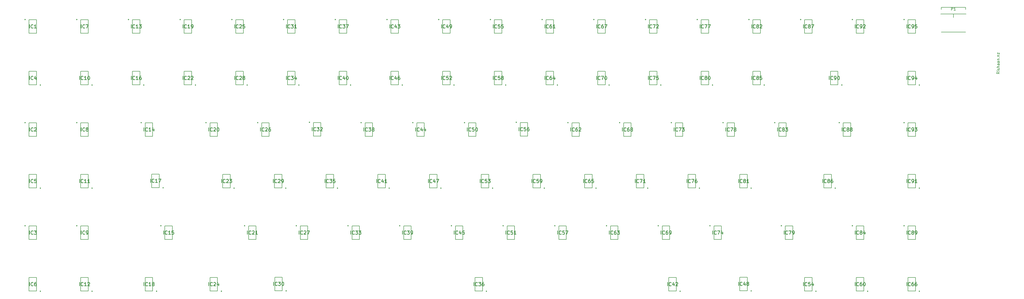
<source format=gbr>
G04 #@! TF.GenerationSoftware,KiCad,Pcbnew,(5.1.4)-1*
G04 #@! TF.CreationDate,2019-10-01T12:46:35+13:00*
G04 #@! TF.ProjectId,keyboard,6b657962-6f61-4726-942e-6b696361645f,rev?*
G04 #@! TF.SameCoordinates,Original*
G04 #@! TF.FileFunction,Legend,Top*
G04 #@! TF.FilePolarity,Positive*
%FSLAX46Y46*%
G04 Gerber Fmt 4.6, Leading zero omitted, Abs format (unit mm)*
G04 Created by KiCad (PCBNEW (5.1.4)-1) date 2019-10-01 12:46:35*
%MOMM*%
%LPD*%
G04 APERTURE LIST*
%ADD10C,0.150000*%
%ADD11C,0.120000*%
%ADD12C,0.250000*%
%ADD13C,0.200000*%
%ADD14C,0.254000*%
G04 APERTURE END LIST*
D10*
X340685380Y87312904D02*
X340209190Y86979571D01*
X340685380Y86741476D02*
X339685380Y86741476D01*
X339685380Y87122428D01*
X339733000Y87217666D01*
X339780619Y87265285D01*
X339875857Y87312904D01*
X340018714Y87312904D01*
X340113952Y87265285D01*
X340161571Y87217666D01*
X340209190Y87122428D01*
X340209190Y86741476D01*
X340685380Y87741476D02*
X340018714Y87741476D01*
X339685380Y87741476D02*
X339733000Y87693857D01*
X339780619Y87741476D01*
X339733000Y87789095D01*
X339685380Y87741476D01*
X339780619Y87741476D01*
X340637761Y88170047D02*
X340685380Y88265285D01*
X340685380Y88455761D01*
X340637761Y88551000D01*
X340542523Y88598619D01*
X340494904Y88598619D01*
X340399666Y88551000D01*
X340352047Y88455761D01*
X340352047Y88312904D01*
X340304428Y88217666D01*
X340209190Y88170047D01*
X340161571Y88170047D01*
X340066333Y88217666D01*
X340018714Y88312904D01*
X340018714Y88455761D01*
X340066333Y88551000D01*
X340685380Y89027190D02*
X339685380Y89027190D01*
X340685380Y89455761D02*
X340161571Y89455761D01*
X340066333Y89408142D01*
X340018714Y89312904D01*
X340018714Y89170047D01*
X340066333Y89074809D01*
X340113952Y89027190D01*
X340685380Y90360523D02*
X340161571Y90360523D01*
X340066333Y90312904D01*
X340018714Y90217666D01*
X340018714Y90027190D01*
X340066333Y89931952D01*
X340637761Y90360523D02*
X340685380Y90265285D01*
X340685380Y90027190D01*
X340637761Y89931952D01*
X340542523Y89884333D01*
X340447285Y89884333D01*
X340352047Y89931952D01*
X340304428Y90027190D01*
X340304428Y90265285D01*
X340256809Y90360523D01*
X340685380Y91265285D02*
X340161571Y91265285D01*
X340066333Y91217666D01*
X340018714Y91122428D01*
X340018714Y90931952D01*
X340066333Y90836714D01*
X340637761Y91265285D02*
X340685380Y91170047D01*
X340685380Y90931952D01*
X340637761Y90836714D01*
X340542523Y90789095D01*
X340447285Y90789095D01*
X340352047Y90836714D01*
X340304428Y90931952D01*
X340304428Y91170047D01*
X340256809Y91265285D01*
X340018714Y91741476D02*
X340685380Y91741476D01*
X340113952Y91741476D02*
X340066333Y91789095D01*
X340018714Y91884333D01*
X340018714Y92027190D01*
X340066333Y92122428D01*
X340161571Y92170047D01*
X340685380Y92170047D01*
X340590142Y92646238D02*
X340637761Y92693857D01*
X340685380Y92646238D01*
X340637761Y92598619D01*
X340590142Y92646238D01*
X340685380Y92646238D01*
X340018714Y93122428D02*
X340685380Y93122428D01*
X340113952Y93122428D02*
X340066333Y93170047D01*
X340018714Y93265285D01*
X340018714Y93408142D01*
X340066333Y93503380D01*
X340161571Y93551000D01*
X340685380Y93551000D01*
X340018714Y93931952D02*
X340018714Y94455761D01*
X340685380Y93931952D01*
X340685380Y94455761D01*
D11*
X328189250Y108743750D02*
X318939250Y108743750D01*
D12*
X249330000Y6442000D02*
G75*
G03X249330000Y6442000I-125000J0D01*
G01*
D13*
X247755000Y11517000D02*
X247755000Y6517000D01*
X245005000Y11517000D02*
X247755000Y11517000D01*
X245005000Y6517000D02*
X245005000Y11517000D01*
X247755000Y6517000D02*
X245005000Y6517000D01*
D12*
X305656000Y106715000D02*
G75*
G03X305656000Y106715000I-125000J0D01*
G01*
D13*
X306981000Y101640000D02*
X306981000Y106640000D01*
X309731000Y101640000D02*
X306981000Y101640000D01*
X309731000Y106640000D02*
X309731000Y101640000D01*
X306981000Y106640000D02*
X309731000Y106640000D01*
D12*
X311306000Y82515000D02*
G75*
G03X311306000Y82515000I-125000J0D01*
G01*
D13*
X309731000Y87590000D02*
X309731000Y82590000D01*
X306981000Y87590000D02*
X309731000Y87590000D01*
X306981000Y82590000D02*
X306981000Y87590000D01*
X309731000Y82590000D02*
X306981000Y82590000D01*
D12*
X305656000Y68615000D02*
G75*
G03X305656000Y68615000I-125000J0D01*
G01*
D13*
X306981000Y63540000D02*
X306981000Y68540000D01*
X309731000Y63540000D02*
X306981000Y63540000D01*
X309731000Y68540000D02*
X309731000Y63540000D01*
X306981000Y68540000D02*
X309731000Y68540000D01*
D12*
X286606000Y106715000D02*
G75*
G03X286606000Y106715000I-125000J0D01*
G01*
D13*
X287931000Y101640000D02*
X287931000Y106640000D01*
X290681000Y101640000D02*
X287931000Y101640000D01*
X290681000Y106640000D02*
X290681000Y101640000D01*
X287931000Y106640000D02*
X290681000Y106640000D01*
D12*
X311306000Y44415000D02*
G75*
G03X311306000Y44415000I-125000J0D01*
G01*
D13*
X309731000Y49490000D02*
X309731000Y44490000D01*
X306981000Y49490000D02*
X309731000Y49490000D01*
X306981000Y44490000D02*
X306981000Y49490000D01*
X309731000Y44490000D02*
X306981000Y44490000D01*
D12*
X282731000Y82515000D02*
G75*
G03X282731000Y82515000I-125000J0D01*
G01*
D13*
X281156000Y87590000D02*
X281156000Y82590000D01*
X278406000Y87590000D02*
X281156000Y87590000D01*
X278406000Y82590000D02*
X278406000Y87590000D01*
X281156000Y82590000D02*
X278406000Y82590000D01*
D12*
X305656000Y30515000D02*
G75*
G03X305656000Y30515000I-125000J0D01*
G01*
D13*
X306981000Y25440000D02*
X306981000Y30440000D01*
X309731000Y25440000D02*
X306981000Y25440000D01*
X309731000Y30440000D02*
X309731000Y25440000D01*
X306981000Y30440000D02*
X309731000Y30440000D01*
D12*
X281780000Y68615000D02*
G75*
G03X281780000Y68615000I-125000J0D01*
G01*
D13*
X283105000Y63540000D02*
X283105000Y68540000D01*
X285855000Y63540000D02*
X283105000Y63540000D01*
X285855000Y68540000D02*
X285855000Y63540000D01*
X283105000Y68540000D02*
X285855000Y68540000D01*
D12*
X267556000Y106715000D02*
G75*
G03X267556000Y106715000I-125000J0D01*
G01*
D13*
X268881000Y101640000D02*
X268881000Y106640000D01*
X271631000Y101640000D02*
X268881000Y101640000D01*
X271631000Y106640000D02*
X271631000Y101640000D01*
X268881000Y106640000D02*
X271631000Y106640000D01*
D12*
X280318000Y44415000D02*
G75*
G03X280318000Y44415000I-125000J0D01*
G01*
D13*
X278743000Y49490000D02*
X278743000Y44490000D01*
X275993000Y49490000D02*
X278743000Y49490000D01*
X275993000Y44490000D02*
X275993000Y49490000D01*
X278743000Y44490000D02*
X275993000Y44490000D01*
D12*
X254156000Y82515000D02*
G75*
G03X254156000Y82515000I-125000J0D01*
G01*
D13*
X252581000Y87590000D02*
X252581000Y82590000D01*
X249831000Y87590000D02*
X252581000Y87590000D01*
X249831000Y82590000D02*
X249831000Y87590000D01*
X252581000Y82590000D02*
X249831000Y82590000D01*
D12*
X286606000Y30515000D02*
G75*
G03X286606000Y30515000I-125000J0D01*
G01*
D13*
X287931000Y25440000D02*
X287931000Y30440000D01*
X290681000Y25440000D02*
X287931000Y25440000D01*
X290681000Y30440000D02*
X290681000Y25440000D01*
X287931000Y30440000D02*
X290681000Y30440000D01*
D12*
X258031000Y68615000D02*
G75*
G03X258031000Y68615000I-125000J0D01*
G01*
D13*
X259356000Y63540000D02*
X259356000Y68540000D01*
X262106000Y63540000D02*
X259356000Y63540000D01*
X262106000Y68540000D02*
X262106000Y63540000D01*
X259356000Y68540000D02*
X262106000Y68540000D01*
D12*
X248506000Y106715000D02*
G75*
G03X248506000Y106715000I-125000J0D01*
G01*
D13*
X249831000Y101640000D02*
X249831000Y106640000D01*
X252581000Y101640000D02*
X249831000Y101640000D01*
X252581000Y106640000D02*
X252581000Y101640000D01*
X249831000Y106640000D02*
X252581000Y106640000D01*
D12*
X249330000Y44415000D02*
G75*
G03X249330000Y44415000I-125000J0D01*
G01*
D13*
X247755000Y49490000D02*
X247755000Y44490000D01*
X245005000Y49490000D02*
X247755000Y49490000D01*
X245005000Y44490000D02*
X245005000Y49490000D01*
X247755000Y44490000D02*
X245005000Y44490000D01*
D12*
X235106000Y82515000D02*
G75*
G03X235106000Y82515000I-125000J0D01*
G01*
D13*
X233531000Y87590000D02*
X233531000Y82590000D01*
X230781000Y87590000D02*
X233531000Y87590000D01*
X230781000Y82590000D02*
X230781000Y87590000D01*
X233531000Y82590000D02*
X230781000Y82590000D01*
D12*
X260444000Y30515000D02*
G75*
G03X260444000Y30515000I-125000J0D01*
G01*
D13*
X261769000Y25440000D02*
X261769000Y30440000D01*
X264519000Y25440000D02*
X261769000Y25440000D01*
X264519000Y30440000D02*
X264519000Y25440000D01*
X261769000Y30440000D02*
X264519000Y30440000D01*
D12*
X238981000Y68615000D02*
G75*
G03X238981000Y68615000I-125000J0D01*
G01*
D13*
X240306000Y63540000D02*
X240306000Y68540000D01*
X243056000Y63540000D02*
X240306000Y63540000D01*
X243056000Y68540000D02*
X243056000Y63540000D01*
X240306000Y68540000D02*
X243056000Y68540000D01*
D12*
X229456000Y106715000D02*
G75*
G03X229456000Y106715000I-125000J0D01*
G01*
D13*
X230781000Y101640000D02*
X230781000Y106640000D01*
X233531000Y101640000D02*
X230781000Y101640000D01*
X233531000Y106640000D02*
X233531000Y101640000D01*
X230781000Y106640000D02*
X233531000Y106640000D01*
D12*
X230280000Y44415000D02*
G75*
G03X230280000Y44415000I-125000J0D01*
G01*
D13*
X228705000Y49490000D02*
X228705000Y44490000D01*
X225955000Y49490000D02*
X228705000Y49490000D01*
X225955000Y44490000D02*
X225955000Y49490000D01*
X228705000Y44490000D02*
X225955000Y44490000D01*
D12*
X216056000Y82515000D02*
G75*
G03X216056000Y82515000I-125000J0D01*
G01*
D13*
X214481000Y87590000D02*
X214481000Y82590000D01*
X211731000Y87590000D02*
X214481000Y87590000D01*
X211731000Y82590000D02*
X211731000Y87590000D01*
X214481000Y82590000D02*
X211731000Y82590000D01*
D12*
X234155000Y30515000D02*
G75*
G03X234155000Y30515000I-125000J0D01*
G01*
D13*
X235480000Y25440000D02*
X235480000Y30440000D01*
X238230000Y25440000D02*
X235480000Y25440000D01*
X238230000Y30440000D02*
X238230000Y25440000D01*
X235480000Y30440000D02*
X238230000Y30440000D01*
D12*
X219931000Y68615000D02*
G75*
G03X219931000Y68615000I-125000J0D01*
G01*
D13*
X221256000Y63540000D02*
X221256000Y68540000D01*
X224006000Y63540000D02*
X221256000Y63540000D01*
X224006000Y68540000D02*
X224006000Y63540000D01*
X221256000Y68540000D02*
X224006000Y68540000D01*
D12*
X210406000Y106715000D02*
G75*
G03X210406000Y106715000I-125000J0D01*
G01*
D13*
X211731000Y101640000D02*
X211731000Y106640000D01*
X214481000Y101640000D02*
X211731000Y101640000D01*
X214481000Y106640000D02*
X214481000Y101640000D01*
X211731000Y106640000D02*
X214481000Y106640000D01*
D12*
X211230000Y44415000D02*
G75*
G03X211230000Y44415000I-125000J0D01*
G01*
D13*
X209655000Y49490000D02*
X209655000Y44490000D01*
X206905000Y49490000D02*
X209655000Y49490000D01*
X206905000Y44490000D02*
X206905000Y49490000D01*
X209655000Y44490000D02*
X206905000Y44490000D01*
D12*
X197006000Y82515000D02*
G75*
G03X197006000Y82515000I-125000J0D01*
G01*
D13*
X195431000Y87590000D02*
X195431000Y82590000D01*
X192681000Y87590000D02*
X195431000Y87590000D01*
X192681000Y82590000D02*
X192681000Y87590000D01*
X195431000Y82590000D02*
X192681000Y82590000D01*
D12*
X215105000Y30515000D02*
G75*
G03X215105000Y30515000I-125000J0D01*
G01*
D13*
X216430000Y25440000D02*
X216430000Y30440000D01*
X219180000Y25440000D02*
X216430000Y25440000D01*
X219180000Y30440000D02*
X219180000Y25440000D01*
X216430000Y30440000D02*
X219180000Y30440000D01*
D12*
X200881000Y68615000D02*
G75*
G03X200881000Y68615000I-125000J0D01*
G01*
D13*
X202206000Y63540000D02*
X202206000Y68540000D01*
X204956000Y63540000D02*
X202206000Y63540000D01*
X204956000Y68540000D02*
X204956000Y63540000D01*
X202206000Y68540000D02*
X204956000Y68540000D01*
D12*
X191356000Y106715000D02*
G75*
G03X191356000Y106715000I-125000J0D01*
G01*
D13*
X192681000Y101640000D02*
X192681000Y106640000D01*
X195431000Y101640000D02*
X192681000Y101640000D01*
X195431000Y106640000D02*
X195431000Y101640000D01*
X192681000Y106640000D02*
X195431000Y106640000D01*
D12*
X311306000Y6315000D02*
G75*
G03X311306000Y6315000I-125000J0D01*
G01*
D13*
X309731000Y11390000D02*
X309731000Y6390000D01*
X306981000Y11390000D02*
X309731000Y11390000D01*
X306981000Y6390000D02*
X306981000Y11390000D01*
X309731000Y6390000D02*
X306981000Y6390000D01*
D12*
X192180000Y44415000D02*
G75*
G03X192180000Y44415000I-125000J0D01*
G01*
D13*
X190605000Y49490000D02*
X190605000Y44490000D01*
X187855000Y49490000D02*
X190605000Y49490000D01*
X187855000Y44490000D02*
X187855000Y49490000D01*
X190605000Y44490000D02*
X187855000Y44490000D01*
D12*
X177956000Y82515000D02*
G75*
G03X177956000Y82515000I-125000J0D01*
G01*
D13*
X176381000Y87590000D02*
X176381000Y82590000D01*
X173631000Y87590000D02*
X176381000Y87590000D01*
X173631000Y82590000D02*
X173631000Y87590000D01*
X176381000Y82590000D02*
X173631000Y82590000D01*
D12*
X196055000Y30515000D02*
G75*
G03X196055000Y30515000I-125000J0D01*
G01*
D13*
X197380000Y25440000D02*
X197380000Y30440000D01*
X200130000Y25440000D02*
X197380000Y25440000D01*
X200130000Y30440000D02*
X200130000Y25440000D01*
X197380000Y30440000D02*
X200130000Y30440000D01*
D12*
X181831000Y68615000D02*
G75*
G03X181831000Y68615000I-125000J0D01*
G01*
D13*
X183156000Y63540000D02*
X183156000Y68540000D01*
X185906000Y63540000D02*
X183156000Y63540000D01*
X185906000Y68540000D02*
X185906000Y63540000D01*
X183156000Y68540000D02*
X185906000Y68540000D01*
D12*
X172306000Y106715000D02*
G75*
G03X172306000Y106715000I-125000J0D01*
G01*
D13*
X173631000Y101640000D02*
X173631000Y106640000D01*
X176381000Y101640000D02*
X173631000Y101640000D01*
X176381000Y106640000D02*
X176381000Y101640000D01*
X173631000Y106640000D02*
X176381000Y106640000D01*
D12*
X292256000Y6315000D02*
G75*
G03X292256000Y6315000I-125000J0D01*
G01*
D13*
X290681000Y11390000D02*
X290681000Y6390000D01*
X287931000Y11390000D02*
X290681000Y11390000D01*
X287931000Y6390000D02*
X287931000Y11390000D01*
X290681000Y6390000D02*
X287931000Y6390000D01*
D12*
X173130000Y44415000D02*
G75*
G03X173130000Y44415000I-125000J0D01*
G01*
D13*
X171555000Y49490000D02*
X171555000Y44490000D01*
X168805000Y49490000D02*
X171555000Y49490000D01*
X168805000Y44490000D02*
X168805000Y49490000D01*
X171555000Y44490000D02*
X168805000Y44490000D01*
D12*
X158906000Y82515000D02*
G75*
G03X158906000Y82515000I-125000J0D01*
G01*
D13*
X157331000Y87590000D02*
X157331000Y82590000D01*
X154581000Y87590000D02*
X157331000Y87590000D01*
X154581000Y82590000D02*
X154581000Y87590000D01*
X157331000Y82590000D02*
X154581000Y82590000D01*
D12*
X177005000Y30515000D02*
G75*
G03X177005000Y30515000I-125000J0D01*
G01*
D13*
X178330000Y25440000D02*
X178330000Y30440000D01*
X181080000Y25440000D02*
X178330000Y25440000D01*
X181080000Y30440000D02*
X181080000Y25440000D01*
X178330000Y30440000D02*
X181080000Y30440000D01*
D12*
X162781000Y68742000D02*
G75*
G03X162781000Y68742000I-125000J0D01*
G01*
D13*
X164106000Y63667000D02*
X164106000Y68667000D01*
X166856000Y63667000D02*
X164106000Y63667000D01*
X166856000Y68667000D02*
X166856000Y63667000D01*
X164106000Y68667000D02*
X166856000Y68667000D01*
D12*
X153256000Y106715000D02*
G75*
G03X153256000Y106715000I-125000J0D01*
G01*
D13*
X154581000Y101640000D02*
X154581000Y106640000D01*
X157331000Y101640000D02*
X154581000Y101640000D01*
X157331000Y106640000D02*
X157331000Y101640000D01*
X154581000Y106640000D02*
X157331000Y106640000D01*
D12*
X273206000Y6315000D02*
G75*
G03X273206000Y6315000I-125000J0D01*
G01*
D13*
X271631000Y11390000D02*
X271631000Y6390000D01*
X268881000Y11390000D02*
X271631000Y11390000D01*
X268881000Y6390000D02*
X268881000Y11390000D01*
X271631000Y6390000D02*
X268881000Y6390000D01*
D12*
X154080000Y44415000D02*
G75*
G03X154080000Y44415000I-125000J0D01*
G01*
D13*
X152505000Y49490000D02*
X152505000Y44490000D01*
X149755000Y49490000D02*
X152505000Y49490000D01*
X149755000Y44490000D02*
X149755000Y49490000D01*
X152505000Y44490000D02*
X149755000Y44490000D01*
D12*
X139856000Y82515000D02*
G75*
G03X139856000Y82515000I-125000J0D01*
G01*
D13*
X138281000Y87590000D02*
X138281000Y82590000D01*
X135531000Y87590000D02*
X138281000Y87590000D01*
X135531000Y82590000D02*
X135531000Y87590000D01*
X138281000Y82590000D02*
X135531000Y82590000D01*
D12*
X157955000Y30515000D02*
G75*
G03X157955000Y30515000I-125000J0D01*
G01*
D13*
X159280000Y25440000D02*
X159280000Y30440000D01*
X162030000Y25440000D02*
X159280000Y25440000D01*
X162030000Y30440000D02*
X162030000Y25440000D01*
X159280000Y30440000D02*
X162030000Y30440000D01*
D12*
X143731000Y68615000D02*
G75*
G03X143731000Y68615000I-125000J0D01*
G01*
D13*
X145056000Y63540000D02*
X145056000Y68540000D01*
X147806000Y63540000D02*
X145056000Y63540000D01*
X147806000Y68540000D02*
X147806000Y63540000D01*
X145056000Y68540000D02*
X147806000Y68540000D01*
D12*
X134206000Y106715000D02*
G75*
G03X134206000Y106715000I-125000J0D01*
G01*
D13*
X135531000Y101640000D02*
X135531000Y106640000D01*
X138281000Y101640000D02*
X135531000Y101640000D01*
X138281000Y106640000D02*
X138281000Y101640000D01*
X135531000Y106640000D02*
X138281000Y106640000D01*
D12*
X135030000Y44415000D02*
G75*
G03X135030000Y44415000I-125000J0D01*
G01*
D13*
X133455000Y49490000D02*
X133455000Y44490000D01*
X130705000Y49490000D02*
X133455000Y49490000D01*
X130705000Y44490000D02*
X130705000Y49490000D01*
X133455000Y44490000D02*
X130705000Y44490000D01*
D12*
X120806000Y82515000D02*
G75*
G03X120806000Y82515000I-125000J0D01*
G01*
D13*
X119231000Y87590000D02*
X119231000Y82590000D01*
X116481000Y87590000D02*
X119231000Y87590000D01*
X116481000Y82590000D02*
X116481000Y87590000D01*
X119231000Y82590000D02*
X116481000Y82590000D01*
D12*
X138905000Y30515000D02*
G75*
G03X138905000Y30515000I-125000J0D01*
G01*
D13*
X140230000Y25440000D02*
X140230000Y30440000D01*
X142980000Y25440000D02*
X140230000Y25440000D01*
X142980000Y30440000D02*
X142980000Y25440000D01*
X140230000Y30440000D02*
X142980000Y30440000D01*
D12*
X124681000Y68615000D02*
G75*
G03X124681000Y68615000I-125000J0D01*
G01*
D13*
X126006000Y63540000D02*
X126006000Y68540000D01*
X128756000Y63540000D02*
X126006000Y63540000D01*
X128756000Y68540000D02*
X128756000Y63540000D01*
X126006000Y68540000D02*
X128756000Y68540000D01*
D12*
X115156000Y106715000D02*
G75*
G03X115156000Y106715000I-125000J0D01*
G01*
D13*
X116481000Y101640000D02*
X116481000Y106640000D01*
X119231000Y101640000D02*
X116481000Y101640000D01*
X119231000Y106640000D02*
X119231000Y101640000D01*
X116481000Y106640000D02*
X119231000Y106640000D01*
D12*
X223168000Y6315000D02*
G75*
G03X223168000Y6315000I-125000J0D01*
G01*
D13*
X221593000Y11390000D02*
X221593000Y6390000D01*
X218843000Y11390000D02*
X221593000Y11390000D01*
X218843000Y6390000D02*
X218843000Y11390000D01*
X221593000Y6390000D02*
X218843000Y6390000D01*
D12*
X115980000Y44415000D02*
G75*
G03X115980000Y44415000I-125000J0D01*
G01*
D13*
X114405000Y49490000D02*
X114405000Y44490000D01*
X111655000Y49490000D02*
X114405000Y49490000D01*
X111655000Y44490000D02*
X111655000Y49490000D01*
X114405000Y44490000D02*
X111655000Y44490000D01*
D12*
X101756000Y82515000D02*
G75*
G03X101756000Y82515000I-125000J0D01*
G01*
D13*
X100181000Y87590000D02*
X100181000Y82590000D01*
X97431000Y87590000D02*
X100181000Y87590000D01*
X97431000Y82590000D02*
X97431000Y87590000D01*
X100181000Y82590000D02*
X97431000Y82590000D01*
D12*
X119855000Y30515000D02*
G75*
G03X119855000Y30515000I-125000J0D01*
G01*
D13*
X121180000Y25440000D02*
X121180000Y30440000D01*
X123930000Y25440000D02*
X121180000Y25440000D01*
X123930000Y30440000D02*
X123930000Y25440000D01*
X121180000Y30440000D02*
X123930000Y30440000D01*
D12*
X105631000Y68615000D02*
G75*
G03X105631000Y68615000I-125000J0D01*
G01*
D13*
X106956000Y63540000D02*
X106956000Y68540000D01*
X109706000Y63540000D02*
X106956000Y63540000D01*
X109706000Y68540000D02*
X109706000Y63540000D01*
X106956000Y68540000D02*
X109706000Y68540000D01*
D12*
X96106000Y106715000D02*
G75*
G03X96106000Y106715000I-125000J0D01*
G01*
D13*
X97431000Y101640000D02*
X97431000Y106640000D01*
X100181000Y101640000D02*
X97431000Y101640000D01*
X100181000Y106640000D02*
X100181000Y101640000D01*
X97431000Y106640000D02*
X100181000Y106640000D01*
D12*
X151794000Y6315000D02*
G75*
G03X151794000Y6315000I-125000J0D01*
G01*
D13*
X150219000Y11390000D02*
X150219000Y6390000D01*
X147469000Y11390000D02*
X150219000Y11390000D01*
X147469000Y6390000D02*
X147469000Y11390000D01*
X150219000Y6390000D02*
X147469000Y6390000D01*
D12*
X96930000Y44415000D02*
G75*
G03X96930000Y44415000I-125000J0D01*
G01*
D13*
X95355000Y49490000D02*
X95355000Y44490000D01*
X92605000Y49490000D02*
X95355000Y49490000D01*
X92605000Y44490000D02*
X92605000Y49490000D01*
X95355000Y44490000D02*
X92605000Y44490000D01*
D12*
X82706000Y82515000D02*
G75*
G03X82706000Y82515000I-125000J0D01*
G01*
D13*
X81131000Y87590000D02*
X81131000Y82590000D01*
X78381000Y87590000D02*
X81131000Y87590000D01*
X78381000Y82590000D02*
X78381000Y87590000D01*
X81131000Y82590000D02*
X78381000Y82590000D01*
D12*
X100805000Y30515000D02*
G75*
G03X100805000Y30515000I-125000J0D01*
G01*
D13*
X102130000Y25440000D02*
X102130000Y30440000D01*
X104880000Y25440000D02*
X102130000Y25440000D01*
X104880000Y30440000D02*
X104880000Y25440000D01*
X102130000Y30440000D02*
X104880000Y30440000D01*
D12*
X86581000Y68742000D02*
G75*
G03X86581000Y68742000I-125000J0D01*
G01*
D13*
X87906000Y63667000D02*
X87906000Y68667000D01*
X90656000Y63667000D02*
X87906000Y63667000D01*
X90656000Y68667000D02*
X90656000Y63667000D01*
X87906000Y68667000D02*
X90656000Y68667000D01*
D12*
X77056000Y106715000D02*
G75*
G03X77056000Y106715000I-125000J0D01*
G01*
D13*
X78381000Y101640000D02*
X78381000Y106640000D01*
X81131000Y101640000D02*
X78381000Y101640000D01*
X81131000Y106640000D02*
X81131000Y101640000D01*
X78381000Y106640000D02*
X81131000Y106640000D01*
D12*
X78007000Y6442000D02*
G75*
G03X78007000Y6442000I-125000J0D01*
G01*
D13*
X76432000Y11517000D02*
X76432000Y6517000D01*
X73682000Y11517000D02*
X76432000Y11517000D01*
X73682000Y6517000D02*
X73682000Y11517000D01*
X76432000Y6517000D02*
X73682000Y6517000D01*
D12*
X77880000Y44415000D02*
G75*
G03X77880000Y44415000I-125000J0D01*
G01*
D13*
X76305000Y49490000D02*
X76305000Y44490000D01*
X73555000Y49490000D02*
X76305000Y49490000D01*
X73555000Y44490000D02*
X73555000Y49490000D01*
X76305000Y44490000D02*
X73555000Y44490000D01*
D12*
X63656000Y82515000D02*
G75*
G03X63656000Y82515000I-125000J0D01*
G01*
D13*
X62081000Y87590000D02*
X62081000Y82590000D01*
X59331000Y87590000D02*
X62081000Y87590000D01*
X59331000Y82590000D02*
X59331000Y87590000D01*
X62081000Y82590000D02*
X59331000Y82590000D01*
D12*
X81755000Y30515000D02*
G75*
G03X81755000Y30515000I-125000J0D01*
G01*
D13*
X83080000Y25440000D02*
X83080000Y30440000D01*
X85830000Y25440000D02*
X83080000Y25440000D01*
X85830000Y30440000D02*
X85830000Y25440000D01*
X83080000Y30440000D02*
X85830000Y30440000D01*
D12*
X67531000Y68615000D02*
G75*
G03X67531000Y68615000I-125000J0D01*
G01*
D13*
X68856000Y63540000D02*
X68856000Y68540000D01*
X71606000Y63540000D02*
X68856000Y63540000D01*
X71606000Y68540000D02*
X71606000Y63540000D01*
X68856000Y68540000D02*
X71606000Y68540000D01*
D12*
X58006000Y106715000D02*
G75*
G03X58006000Y106715000I-125000J0D01*
G01*
D13*
X59331000Y101640000D02*
X59331000Y106640000D01*
X62081000Y101640000D02*
X59331000Y101640000D01*
X62081000Y106640000D02*
X62081000Y101640000D01*
X59331000Y106640000D02*
X62081000Y106640000D01*
D12*
X54131000Y6315000D02*
G75*
G03X54131000Y6315000I-125000J0D01*
G01*
D13*
X52556000Y11390000D02*
X52556000Y6390000D01*
X49806000Y11390000D02*
X52556000Y11390000D01*
X49806000Y6390000D02*
X49806000Y11390000D01*
X52556000Y6390000D02*
X49806000Y6390000D01*
D12*
X58830000Y44415000D02*
G75*
G03X58830000Y44415000I-125000J0D01*
G01*
D13*
X57255000Y49490000D02*
X57255000Y44490000D01*
X54505000Y49490000D02*
X57255000Y49490000D01*
X54505000Y44490000D02*
X54505000Y49490000D01*
X57255000Y44490000D02*
X54505000Y44490000D01*
D12*
X44606000Y82515000D02*
G75*
G03X44606000Y82515000I-125000J0D01*
G01*
D13*
X43031000Y87590000D02*
X43031000Y82590000D01*
X40281000Y87590000D02*
X43031000Y87590000D01*
X40281000Y82590000D02*
X40281000Y87590000D01*
X43031000Y82590000D02*
X40281000Y82590000D01*
D12*
X62705000Y30515000D02*
G75*
G03X62705000Y30515000I-125000J0D01*
G01*
D13*
X64030000Y25440000D02*
X64030000Y30440000D01*
X66780000Y25440000D02*
X64030000Y25440000D01*
X66780000Y30440000D02*
X66780000Y25440000D01*
X64030000Y30440000D02*
X66780000Y30440000D01*
D12*
X48481000Y68615000D02*
G75*
G03X48481000Y68615000I-125000J0D01*
G01*
D13*
X49806000Y63540000D02*
X49806000Y68540000D01*
X52556000Y63540000D02*
X49806000Y63540000D01*
X52556000Y68540000D02*
X52556000Y63540000D01*
X49806000Y68540000D02*
X52556000Y68540000D01*
D12*
X38956000Y106715000D02*
G75*
G03X38956000Y106715000I-125000J0D01*
G01*
D13*
X40281000Y101640000D02*
X40281000Y106640000D01*
X43031000Y101640000D02*
X40281000Y101640000D01*
X43031000Y106640000D02*
X43031000Y101640000D01*
X40281000Y106640000D02*
X43031000Y106640000D01*
D12*
X30255000Y6315000D02*
G75*
G03X30255000Y6315000I-125000J0D01*
G01*
D13*
X28680000Y11390000D02*
X28680000Y6390000D01*
X25930000Y11390000D02*
X28680000Y11390000D01*
X25930000Y6390000D02*
X25930000Y11390000D01*
X28680000Y6390000D02*
X25930000Y6390000D01*
D12*
X32668000Y44542000D02*
G75*
G03X32668000Y44542000I-125000J0D01*
G01*
D13*
X31093000Y49617000D02*
X31093000Y44617000D01*
X28343000Y49617000D02*
X31093000Y49617000D01*
X28343000Y44617000D02*
X28343000Y49617000D01*
X31093000Y44617000D02*
X28343000Y44617000D01*
D12*
X25556000Y82515000D02*
G75*
G03X25556000Y82515000I-125000J0D01*
G01*
D13*
X23981000Y87590000D02*
X23981000Y82590000D01*
X21231000Y87590000D02*
X23981000Y87590000D01*
X21231000Y82590000D02*
X21231000Y87590000D01*
X23981000Y82590000D02*
X21231000Y82590000D01*
D12*
X31844000Y30515000D02*
G75*
G03X31844000Y30515000I-125000J0D01*
G01*
D13*
X33169000Y25440000D02*
X33169000Y30440000D01*
X35919000Y25440000D02*
X33169000Y25440000D01*
X35919000Y30440000D02*
X35919000Y25440000D01*
X33169000Y30440000D02*
X35919000Y30440000D01*
D12*
X24605000Y68615000D02*
G75*
G03X24605000Y68615000I-125000J0D01*
G01*
D13*
X25930000Y63540000D02*
X25930000Y68540000D01*
X28680000Y63540000D02*
X25930000Y63540000D01*
X28680000Y68540000D02*
X28680000Y63540000D01*
X25930000Y68540000D02*
X28680000Y68540000D01*
D12*
X19906000Y106715000D02*
G75*
G03X19906000Y106715000I-125000J0D01*
G01*
D13*
X21231000Y101640000D02*
X21231000Y106640000D01*
X23981000Y101640000D02*
X21231000Y101640000D01*
X23981000Y106640000D02*
X23981000Y101640000D01*
X21231000Y106640000D02*
X23981000Y106640000D01*
D12*
X6506000Y6315000D02*
G75*
G03X6506000Y6315000I-125000J0D01*
G01*
D13*
X4931000Y11390000D02*
X4931000Y6390000D01*
X2181000Y11390000D02*
X4931000Y11390000D01*
X2181000Y6390000D02*
X2181000Y11390000D01*
X4931000Y6390000D02*
X2181000Y6390000D01*
D12*
X6506000Y44415000D02*
G75*
G03X6506000Y44415000I-125000J0D01*
G01*
D13*
X4931000Y49490000D02*
X4931000Y44490000D01*
X2181000Y49490000D02*
X4931000Y49490000D01*
X2181000Y44490000D02*
X2181000Y49490000D01*
X4931000Y44490000D02*
X2181000Y44490000D01*
D12*
X6506000Y82515000D02*
G75*
G03X6506000Y82515000I-125000J0D01*
G01*
D13*
X4931000Y87590000D02*
X4931000Y82590000D01*
X2181000Y87590000D02*
X4931000Y87590000D01*
X2181000Y82590000D02*
X2181000Y87590000D01*
X4931000Y82590000D02*
X2181000Y82590000D01*
D12*
X856000Y30515000D02*
G75*
G03X856000Y30515000I-125000J0D01*
G01*
D13*
X2181000Y25440000D02*
X2181000Y30440000D01*
X4931000Y25440000D02*
X2181000Y25440000D01*
X4931000Y30440000D02*
X4931000Y25440000D01*
X2181000Y30440000D02*
X4931000Y30440000D01*
D12*
X856000Y68615000D02*
G75*
G03X856000Y68615000I-125000J0D01*
G01*
D13*
X2181000Y63540000D02*
X2181000Y68540000D01*
X4931000Y63540000D02*
X2181000Y63540000D01*
X4931000Y68540000D02*
X4931000Y63540000D01*
X2181000Y68540000D02*
X4931000Y68540000D01*
D12*
X856000Y106715000D02*
G75*
G03X856000Y106715000I-125000J0D01*
G01*
D13*
X2181000Y101640000D02*
X2181000Y106640000D01*
X4931000Y101640000D02*
X2181000Y101640000D01*
X4931000Y106640000D02*
X4931000Y101640000D01*
X2181000Y106640000D02*
X4931000Y106640000D01*
D12*
X-12544000Y6315000D02*
G75*
G03X-12544000Y6315000I-125000J0D01*
G01*
D13*
X-14119000Y11390000D02*
X-14119000Y6390000D01*
X-16869000Y11390000D02*
X-14119000Y11390000D01*
X-16869000Y6390000D02*
X-16869000Y11390000D01*
X-14119000Y6390000D02*
X-16869000Y6390000D01*
D12*
X-12544000Y44415000D02*
G75*
G03X-12544000Y44415000I-125000J0D01*
G01*
D13*
X-14119000Y49490000D02*
X-14119000Y44490000D01*
X-16869000Y49490000D02*
X-14119000Y49490000D01*
X-16869000Y44490000D02*
X-16869000Y49490000D01*
X-14119000Y44490000D02*
X-16869000Y44490000D01*
D12*
X-12544000Y82515000D02*
G75*
G03X-12544000Y82515000I-125000J0D01*
G01*
D13*
X-14119000Y87590000D02*
X-14119000Y82590000D01*
X-16869000Y87590000D02*
X-14119000Y87590000D01*
X-16869000Y82590000D02*
X-16869000Y87590000D01*
X-14119000Y82590000D02*
X-16869000Y82590000D01*
D12*
X-18194000Y30515000D02*
G75*
G03X-18194000Y30515000I-125000J0D01*
G01*
D13*
X-16869000Y25440000D02*
X-16869000Y30440000D01*
X-14119000Y25440000D02*
X-16869000Y25440000D01*
X-14119000Y30440000D02*
X-14119000Y25440000D01*
X-16869000Y30440000D02*
X-14119000Y30440000D01*
D12*
X-18194000Y68615000D02*
G75*
G03X-18194000Y68615000I-125000J0D01*
G01*
D13*
X-16869000Y63540000D02*
X-16869000Y68540000D01*
X-14119000Y63540000D02*
X-16869000Y63540000D01*
X-14119000Y68540000D02*
X-14119000Y63540000D01*
X-16869000Y68540000D02*
X-14119000Y68540000D01*
D12*
X-18194000Y106715000D02*
G75*
G03X-18194000Y106715000I-125000J0D01*
G01*
D13*
X-16869000Y101640000D02*
X-16869000Y106640000D01*
X-14119000Y101640000D02*
X-16869000Y101640000D01*
X-14119000Y106640000D02*
X-14119000Y101640000D01*
X-16869000Y106640000D02*
X-14119000Y106640000D01*
D10*
X328348000Y108743750D02*
X319098000Y108743750D01*
X328198000Y102083750D02*
X319248000Y102083750D01*
X319243000Y110493750D02*
X319248000Y111253750D01*
X328198000Y111253750D02*
X319248000Y111253750D01*
X328198000Y111253750D02*
X328203000Y110493750D01*
X323723000Y108743750D02*
X323723000Y107473750D01*
D14*
X244535476Y8442476D02*
X244535476Y9712476D01*
X245865952Y8563428D02*
X245805476Y8502952D01*
X245624047Y8442476D01*
X245503095Y8442476D01*
X245321666Y8502952D01*
X245200714Y8623904D01*
X245140238Y8744857D01*
X245079761Y8986761D01*
X245079761Y9168190D01*
X245140238Y9410095D01*
X245200714Y9531047D01*
X245321666Y9652000D01*
X245503095Y9712476D01*
X245624047Y9712476D01*
X245805476Y9652000D01*
X245865952Y9591523D01*
X246954523Y9289142D02*
X246954523Y8442476D01*
X246652142Y9772952D02*
X246349761Y8865809D01*
X247135952Y8865809D01*
X247801190Y9168190D02*
X247680238Y9228666D01*
X247619761Y9289142D01*
X247559285Y9410095D01*
X247559285Y9470571D01*
X247619761Y9591523D01*
X247680238Y9652000D01*
X247801190Y9712476D01*
X248043095Y9712476D01*
X248164047Y9652000D01*
X248224523Y9591523D01*
X248285000Y9470571D01*
X248285000Y9410095D01*
X248224523Y9289142D01*
X248164047Y9228666D01*
X248043095Y9168190D01*
X247801190Y9168190D01*
X247680238Y9107714D01*
X247619761Y9047238D01*
X247559285Y8926285D01*
X247559285Y8684380D01*
X247619761Y8563428D01*
X247680238Y8502952D01*
X247801190Y8442476D01*
X248043095Y8442476D01*
X248164047Y8502952D01*
X248224523Y8563428D01*
X248285000Y8684380D01*
X248285000Y8926285D01*
X248224523Y9047238D01*
X248164047Y9107714D01*
X248043095Y9168190D01*
X306511476Y103565476D02*
X306511476Y104835476D01*
X307841952Y103686428D02*
X307781476Y103625952D01*
X307600047Y103565476D01*
X307479095Y103565476D01*
X307297666Y103625952D01*
X307176714Y103746904D01*
X307116238Y103867857D01*
X307055761Y104109761D01*
X307055761Y104291190D01*
X307116238Y104533095D01*
X307176714Y104654047D01*
X307297666Y104775000D01*
X307479095Y104835476D01*
X307600047Y104835476D01*
X307781476Y104775000D01*
X307841952Y104714523D01*
X308446714Y103565476D02*
X308688619Y103565476D01*
X308809571Y103625952D01*
X308870047Y103686428D01*
X308991000Y103867857D01*
X309051476Y104109761D01*
X309051476Y104593571D01*
X308991000Y104714523D01*
X308930523Y104775000D01*
X308809571Y104835476D01*
X308567666Y104835476D01*
X308446714Y104775000D01*
X308386238Y104714523D01*
X308325761Y104593571D01*
X308325761Y104291190D01*
X308386238Y104170238D01*
X308446714Y104109761D01*
X308567666Y104049285D01*
X308809571Y104049285D01*
X308930523Y104109761D01*
X308991000Y104170238D01*
X309051476Y104291190D01*
X310200523Y104835476D02*
X309595761Y104835476D01*
X309535285Y104230714D01*
X309595761Y104291190D01*
X309716714Y104351666D01*
X310019095Y104351666D01*
X310140047Y104291190D01*
X310200523Y104230714D01*
X310261000Y104109761D01*
X310261000Y103807380D01*
X310200523Y103686428D01*
X310140047Y103625952D01*
X310019095Y103565476D01*
X309716714Y103565476D01*
X309595761Y103625952D01*
X309535285Y103686428D01*
X306511476Y84515476D02*
X306511476Y85785476D01*
X307841952Y84636428D02*
X307781476Y84575952D01*
X307600047Y84515476D01*
X307479095Y84515476D01*
X307297666Y84575952D01*
X307176714Y84696904D01*
X307116238Y84817857D01*
X307055761Y85059761D01*
X307055761Y85241190D01*
X307116238Y85483095D01*
X307176714Y85604047D01*
X307297666Y85725000D01*
X307479095Y85785476D01*
X307600047Y85785476D01*
X307781476Y85725000D01*
X307841952Y85664523D01*
X308446714Y84515476D02*
X308688619Y84515476D01*
X308809571Y84575952D01*
X308870047Y84636428D01*
X308991000Y84817857D01*
X309051476Y85059761D01*
X309051476Y85543571D01*
X308991000Y85664523D01*
X308930523Y85725000D01*
X308809571Y85785476D01*
X308567666Y85785476D01*
X308446714Y85725000D01*
X308386238Y85664523D01*
X308325761Y85543571D01*
X308325761Y85241190D01*
X308386238Y85120238D01*
X308446714Y85059761D01*
X308567666Y84999285D01*
X308809571Y84999285D01*
X308930523Y85059761D01*
X308991000Y85120238D01*
X309051476Y85241190D01*
X310140047Y85362142D02*
X310140047Y84515476D01*
X309837666Y85845952D02*
X309535285Y84938809D01*
X310321476Y84938809D01*
X306511476Y65465476D02*
X306511476Y66735476D01*
X307841952Y65586428D02*
X307781476Y65525952D01*
X307600047Y65465476D01*
X307479095Y65465476D01*
X307297666Y65525952D01*
X307176714Y65646904D01*
X307116238Y65767857D01*
X307055761Y66009761D01*
X307055761Y66191190D01*
X307116238Y66433095D01*
X307176714Y66554047D01*
X307297666Y66675000D01*
X307479095Y66735476D01*
X307600047Y66735476D01*
X307781476Y66675000D01*
X307841952Y66614523D01*
X308446714Y65465476D02*
X308688619Y65465476D01*
X308809571Y65525952D01*
X308870047Y65586428D01*
X308991000Y65767857D01*
X309051476Y66009761D01*
X309051476Y66493571D01*
X308991000Y66614523D01*
X308930523Y66675000D01*
X308809571Y66735476D01*
X308567666Y66735476D01*
X308446714Y66675000D01*
X308386238Y66614523D01*
X308325761Y66493571D01*
X308325761Y66191190D01*
X308386238Y66070238D01*
X308446714Y66009761D01*
X308567666Y65949285D01*
X308809571Y65949285D01*
X308930523Y66009761D01*
X308991000Y66070238D01*
X309051476Y66191190D01*
X309474809Y66735476D02*
X310261000Y66735476D01*
X309837666Y66251666D01*
X310019095Y66251666D01*
X310140047Y66191190D01*
X310200523Y66130714D01*
X310261000Y66009761D01*
X310261000Y65707380D01*
X310200523Y65586428D01*
X310140047Y65525952D01*
X310019095Y65465476D01*
X309656238Y65465476D01*
X309535285Y65525952D01*
X309474809Y65586428D01*
X287461476Y103565476D02*
X287461476Y104835476D01*
X288791952Y103686428D02*
X288731476Y103625952D01*
X288550047Y103565476D01*
X288429095Y103565476D01*
X288247666Y103625952D01*
X288126714Y103746904D01*
X288066238Y103867857D01*
X288005761Y104109761D01*
X288005761Y104291190D01*
X288066238Y104533095D01*
X288126714Y104654047D01*
X288247666Y104775000D01*
X288429095Y104835476D01*
X288550047Y104835476D01*
X288731476Y104775000D01*
X288791952Y104714523D01*
X289396714Y103565476D02*
X289638619Y103565476D01*
X289759571Y103625952D01*
X289820047Y103686428D01*
X289941000Y103867857D01*
X290001476Y104109761D01*
X290001476Y104593571D01*
X289941000Y104714523D01*
X289880523Y104775000D01*
X289759571Y104835476D01*
X289517666Y104835476D01*
X289396714Y104775000D01*
X289336238Y104714523D01*
X289275761Y104593571D01*
X289275761Y104291190D01*
X289336238Y104170238D01*
X289396714Y104109761D01*
X289517666Y104049285D01*
X289759571Y104049285D01*
X289880523Y104109761D01*
X289941000Y104170238D01*
X290001476Y104291190D01*
X290485285Y104714523D02*
X290545761Y104775000D01*
X290666714Y104835476D01*
X290969095Y104835476D01*
X291090047Y104775000D01*
X291150523Y104714523D01*
X291211000Y104593571D01*
X291211000Y104472619D01*
X291150523Y104291190D01*
X290424809Y103565476D01*
X291211000Y103565476D01*
X306511476Y46415476D02*
X306511476Y47685476D01*
X307841952Y46536428D02*
X307781476Y46475952D01*
X307600047Y46415476D01*
X307479095Y46415476D01*
X307297666Y46475952D01*
X307176714Y46596904D01*
X307116238Y46717857D01*
X307055761Y46959761D01*
X307055761Y47141190D01*
X307116238Y47383095D01*
X307176714Y47504047D01*
X307297666Y47625000D01*
X307479095Y47685476D01*
X307600047Y47685476D01*
X307781476Y47625000D01*
X307841952Y47564523D01*
X308446714Y46415476D02*
X308688619Y46415476D01*
X308809571Y46475952D01*
X308870047Y46536428D01*
X308991000Y46717857D01*
X309051476Y46959761D01*
X309051476Y47443571D01*
X308991000Y47564523D01*
X308930523Y47625000D01*
X308809571Y47685476D01*
X308567666Y47685476D01*
X308446714Y47625000D01*
X308386238Y47564523D01*
X308325761Y47443571D01*
X308325761Y47141190D01*
X308386238Y47020238D01*
X308446714Y46959761D01*
X308567666Y46899285D01*
X308809571Y46899285D01*
X308930523Y46959761D01*
X308991000Y47020238D01*
X309051476Y47141190D01*
X310261000Y46415476D02*
X309535285Y46415476D01*
X309898142Y46415476D02*
X309898142Y47685476D01*
X309777190Y47504047D01*
X309656238Y47383095D01*
X309535285Y47322619D01*
X277936476Y84515476D02*
X277936476Y85785476D01*
X279266952Y84636428D02*
X279206476Y84575952D01*
X279025047Y84515476D01*
X278904095Y84515476D01*
X278722666Y84575952D01*
X278601714Y84696904D01*
X278541238Y84817857D01*
X278480761Y85059761D01*
X278480761Y85241190D01*
X278541238Y85483095D01*
X278601714Y85604047D01*
X278722666Y85725000D01*
X278904095Y85785476D01*
X279025047Y85785476D01*
X279206476Y85725000D01*
X279266952Y85664523D01*
X279871714Y84515476D02*
X280113619Y84515476D01*
X280234571Y84575952D01*
X280295047Y84636428D01*
X280416000Y84817857D01*
X280476476Y85059761D01*
X280476476Y85543571D01*
X280416000Y85664523D01*
X280355523Y85725000D01*
X280234571Y85785476D01*
X279992666Y85785476D01*
X279871714Y85725000D01*
X279811238Y85664523D01*
X279750761Y85543571D01*
X279750761Y85241190D01*
X279811238Y85120238D01*
X279871714Y85059761D01*
X279992666Y84999285D01*
X280234571Y84999285D01*
X280355523Y85059761D01*
X280416000Y85120238D01*
X280476476Y85241190D01*
X281262666Y85785476D02*
X281383619Y85785476D01*
X281504571Y85725000D01*
X281565047Y85664523D01*
X281625523Y85543571D01*
X281686000Y85301666D01*
X281686000Y84999285D01*
X281625523Y84757380D01*
X281565047Y84636428D01*
X281504571Y84575952D01*
X281383619Y84515476D01*
X281262666Y84515476D01*
X281141714Y84575952D01*
X281081238Y84636428D01*
X281020761Y84757380D01*
X280960285Y84999285D01*
X280960285Y85301666D01*
X281020761Y85543571D01*
X281081238Y85664523D01*
X281141714Y85725000D01*
X281262666Y85785476D01*
X306511476Y27365476D02*
X306511476Y28635476D01*
X307841952Y27486428D02*
X307781476Y27425952D01*
X307600047Y27365476D01*
X307479095Y27365476D01*
X307297666Y27425952D01*
X307176714Y27546904D01*
X307116238Y27667857D01*
X307055761Y27909761D01*
X307055761Y28091190D01*
X307116238Y28333095D01*
X307176714Y28454047D01*
X307297666Y28575000D01*
X307479095Y28635476D01*
X307600047Y28635476D01*
X307781476Y28575000D01*
X307841952Y28514523D01*
X308567666Y28091190D02*
X308446714Y28151666D01*
X308386238Y28212142D01*
X308325761Y28333095D01*
X308325761Y28393571D01*
X308386238Y28514523D01*
X308446714Y28575000D01*
X308567666Y28635476D01*
X308809571Y28635476D01*
X308930523Y28575000D01*
X308991000Y28514523D01*
X309051476Y28393571D01*
X309051476Y28333095D01*
X308991000Y28212142D01*
X308930523Y28151666D01*
X308809571Y28091190D01*
X308567666Y28091190D01*
X308446714Y28030714D01*
X308386238Y27970238D01*
X308325761Y27849285D01*
X308325761Y27607380D01*
X308386238Y27486428D01*
X308446714Y27425952D01*
X308567666Y27365476D01*
X308809571Y27365476D01*
X308930523Y27425952D01*
X308991000Y27486428D01*
X309051476Y27607380D01*
X309051476Y27849285D01*
X308991000Y27970238D01*
X308930523Y28030714D01*
X308809571Y28091190D01*
X309656238Y27365476D02*
X309898142Y27365476D01*
X310019095Y27425952D01*
X310079571Y27486428D01*
X310200523Y27667857D01*
X310261000Y27909761D01*
X310261000Y28393571D01*
X310200523Y28514523D01*
X310140047Y28575000D01*
X310019095Y28635476D01*
X309777190Y28635476D01*
X309656238Y28575000D01*
X309595761Y28514523D01*
X309535285Y28393571D01*
X309535285Y28091190D01*
X309595761Y27970238D01*
X309656238Y27909761D01*
X309777190Y27849285D01*
X310019095Y27849285D01*
X310140047Y27909761D01*
X310200523Y27970238D01*
X310261000Y28091190D01*
X282635476Y65465476D02*
X282635476Y66735476D01*
X283965952Y65586428D02*
X283905476Y65525952D01*
X283724047Y65465476D01*
X283603095Y65465476D01*
X283421666Y65525952D01*
X283300714Y65646904D01*
X283240238Y65767857D01*
X283179761Y66009761D01*
X283179761Y66191190D01*
X283240238Y66433095D01*
X283300714Y66554047D01*
X283421666Y66675000D01*
X283603095Y66735476D01*
X283724047Y66735476D01*
X283905476Y66675000D01*
X283965952Y66614523D01*
X284691666Y66191190D02*
X284570714Y66251666D01*
X284510238Y66312142D01*
X284449761Y66433095D01*
X284449761Y66493571D01*
X284510238Y66614523D01*
X284570714Y66675000D01*
X284691666Y66735476D01*
X284933571Y66735476D01*
X285054523Y66675000D01*
X285115000Y66614523D01*
X285175476Y66493571D01*
X285175476Y66433095D01*
X285115000Y66312142D01*
X285054523Y66251666D01*
X284933571Y66191190D01*
X284691666Y66191190D01*
X284570714Y66130714D01*
X284510238Y66070238D01*
X284449761Y65949285D01*
X284449761Y65707380D01*
X284510238Y65586428D01*
X284570714Y65525952D01*
X284691666Y65465476D01*
X284933571Y65465476D01*
X285054523Y65525952D01*
X285115000Y65586428D01*
X285175476Y65707380D01*
X285175476Y65949285D01*
X285115000Y66070238D01*
X285054523Y66130714D01*
X284933571Y66191190D01*
X285901190Y66191190D02*
X285780238Y66251666D01*
X285719761Y66312142D01*
X285659285Y66433095D01*
X285659285Y66493571D01*
X285719761Y66614523D01*
X285780238Y66675000D01*
X285901190Y66735476D01*
X286143095Y66735476D01*
X286264047Y66675000D01*
X286324523Y66614523D01*
X286385000Y66493571D01*
X286385000Y66433095D01*
X286324523Y66312142D01*
X286264047Y66251666D01*
X286143095Y66191190D01*
X285901190Y66191190D01*
X285780238Y66130714D01*
X285719761Y66070238D01*
X285659285Y65949285D01*
X285659285Y65707380D01*
X285719761Y65586428D01*
X285780238Y65525952D01*
X285901190Y65465476D01*
X286143095Y65465476D01*
X286264047Y65525952D01*
X286324523Y65586428D01*
X286385000Y65707380D01*
X286385000Y65949285D01*
X286324523Y66070238D01*
X286264047Y66130714D01*
X286143095Y66191190D01*
X268411476Y103565476D02*
X268411476Y104835476D01*
X269741952Y103686428D02*
X269681476Y103625952D01*
X269500047Y103565476D01*
X269379095Y103565476D01*
X269197666Y103625952D01*
X269076714Y103746904D01*
X269016238Y103867857D01*
X268955761Y104109761D01*
X268955761Y104291190D01*
X269016238Y104533095D01*
X269076714Y104654047D01*
X269197666Y104775000D01*
X269379095Y104835476D01*
X269500047Y104835476D01*
X269681476Y104775000D01*
X269741952Y104714523D01*
X270467666Y104291190D02*
X270346714Y104351666D01*
X270286238Y104412142D01*
X270225761Y104533095D01*
X270225761Y104593571D01*
X270286238Y104714523D01*
X270346714Y104775000D01*
X270467666Y104835476D01*
X270709571Y104835476D01*
X270830523Y104775000D01*
X270891000Y104714523D01*
X270951476Y104593571D01*
X270951476Y104533095D01*
X270891000Y104412142D01*
X270830523Y104351666D01*
X270709571Y104291190D01*
X270467666Y104291190D01*
X270346714Y104230714D01*
X270286238Y104170238D01*
X270225761Y104049285D01*
X270225761Y103807380D01*
X270286238Y103686428D01*
X270346714Y103625952D01*
X270467666Y103565476D01*
X270709571Y103565476D01*
X270830523Y103625952D01*
X270891000Y103686428D01*
X270951476Y103807380D01*
X270951476Y104049285D01*
X270891000Y104170238D01*
X270830523Y104230714D01*
X270709571Y104291190D01*
X271374809Y104835476D02*
X272221476Y104835476D01*
X271677190Y103565476D01*
X275523476Y46415476D02*
X275523476Y47685476D01*
X276853952Y46536428D02*
X276793476Y46475952D01*
X276612047Y46415476D01*
X276491095Y46415476D01*
X276309666Y46475952D01*
X276188714Y46596904D01*
X276128238Y46717857D01*
X276067761Y46959761D01*
X276067761Y47141190D01*
X276128238Y47383095D01*
X276188714Y47504047D01*
X276309666Y47625000D01*
X276491095Y47685476D01*
X276612047Y47685476D01*
X276793476Y47625000D01*
X276853952Y47564523D01*
X277579666Y47141190D02*
X277458714Y47201666D01*
X277398238Y47262142D01*
X277337761Y47383095D01*
X277337761Y47443571D01*
X277398238Y47564523D01*
X277458714Y47625000D01*
X277579666Y47685476D01*
X277821571Y47685476D01*
X277942523Y47625000D01*
X278003000Y47564523D01*
X278063476Y47443571D01*
X278063476Y47383095D01*
X278003000Y47262142D01*
X277942523Y47201666D01*
X277821571Y47141190D01*
X277579666Y47141190D01*
X277458714Y47080714D01*
X277398238Y47020238D01*
X277337761Y46899285D01*
X277337761Y46657380D01*
X277398238Y46536428D01*
X277458714Y46475952D01*
X277579666Y46415476D01*
X277821571Y46415476D01*
X277942523Y46475952D01*
X278003000Y46536428D01*
X278063476Y46657380D01*
X278063476Y46899285D01*
X278003000Y47020238D01*
X277942523Y47080714D01*
X277821571Y47141190D01*
X279152047Y47685476D02*
X278910142Y47685476D01*
X278789190Y47625000D01*
X278728714Y47564523D01*
X278607761Y47383095D01*
X278547285Y47141190D01*
X278547285Y46657380D01*
X278607761Y46536428D01*
X278668238Y46475952D01*
X278789190Y46415476D01*
X279031095Y46415476D01*
X279152047Y46475952D01*
X279212523Y46536428D01*
X279273000Y46657380D01*
X279273000Y46959761D01*
X279212523Y47080714D01*
X279152047Y47141190D01*
X279031095Y47201666D01*
X278789190Y47201666D01*
X278668238Y47141190D01*
X278607761Y47080714D01*
X278547285Y46959761D01*
X249361476Y84515476D02*
X249361476Y85785476D01*
X250691952Y84636428D02*
X250631476Y84575952D01*
X250450047Y84515476D01*
X250329095Y84515476D01*
X250147666Y84575952D01*
X250026714Y84696904D01*
X249966238Y84817857D01*
X249905761Y85059761D01*
X249905761Y85241190D01*
X249966238Y85483095D01*
X250026714Y85604047D01*
X250147666Y85725000D01*
X250329095Y85785476D01*
X250450047Y85785476D01*
X250631476Y85725000D01*
X250691952Y85664523D01*
X251417666Y85241190D02*
X251296714Y85301666D01*
X251236238Y85362142D01*
X251175761Y85483095D01*
X251175761Y85543571D01*
X251236238Y85664523D01*
X251296714Y85725000D01*
X251417666Y85785476D01*
X251659571Y85785476D01*
X251780523Y85725000D01*
X251841000Y85664523D01*
X251901476Y85543571D01*
X251901476Y85483095D01*
X251841000Y85362142D01*
X251780523Y85301666D01*
X251659571Y85241190D01*
X251417666Y85241190D01*
X251296714Y85180714D01*
X251236238Y85120238D01*
X251175761Y84999285D01*
X251175761Y84757380D01*
X251236238Y84636428D01*
X251296714Y84575952D01*
X251417666Y84515476D01*
X251659571Y84515476D01*
X251780523Y84575952D01*
X251841000Y84636428D01*
X251901476Y84757380D01*
X251901476Y84999285D01*
X251841000Y85120238D01*
X251780523Y85180714D01*
X251659571Y85241190D01*
X253050523Y85785476D02*
X252445761Y85785476D01*
X252385285Y85180714D01*
X252445761Y85241190D01*
X252566714Y85301666D01*
X252869095Y85301666D01*
X252990047Y85241190D01*
X253050523Y85180714D01*
X253111000Y85059761D01*
X253111000Y84757380D01*
X253050523Y84636428D01*
X252990047Y84575952D01*
X252869095Y84515476D01*
X252566714Y84515476D01*
X252445761Y84575952D01*
X252385285Y84636428D01*
X287461476Y27365476D02*
X287461476Y28635476D01*
X288791952Y27486428D02*
X288731476Y27425952D01*
X288550047Y27365476D01*
X288429095Y27365476D01*
X288247666Y27425952D01*
X288126714Y27546904D01*
X288066238Y27667857D01*
X288005761Y27909761D01*
X288005761Y28091190D01*
X288066238Y28333095D01*
X288126714Y28454047D01*
X288247666Y28575000D01*
X288429095Y28635476D01*
X288550047Y28635476D01*
X288731476Y28575000D01*
X288791952Y28514523D01*
X289517666Y28091190D02*
X289396714Y28151666D01*
X289336238Y28212142D01*
X289275761Y28333095D01*
X289275761Y28393571D01*
X289336238Y28514523D01*
X289396714Y28575000D01*
X289517666Y28635476D01*
X289759571Y28635476D01*
X289880523Y28575000D01*
X289941000Y28514523D01*
X290001476Y28393571D01*
X290001476Y28333095D01*
X289941000Y28212142D01*
X289880523Y28151666D01*
X289759571Y28091190D01*
X289517666Y28091190D01*
X289396714Y28030714D01*
X289336238Y27970238D01*
X289275761Y27849285D01*
X289275761Y27607380D01*
X289336238Y27486428D01*
X289396714Y27425952D01*
X289517666Y27365476D01*
X289759571Y27365476D01*
X289880523Y27425952D01*
X289941000Y27486428D01*
X290001476Y27607380D01*
X290001476Y27849285D01*
X289941000Y27970238D01*
X289880523Y28030714D01*
X289759571Y28091190D01*
X291090047Y28212142D02*
X291090047Y27365476D01*
X290787666Y28695952D02*
X290485285Y27788809D01*
X291271476Y27788809D01*
X258886476Y65465476D02*
X258886476Y66735476D01*
X260216952Y65586428D02*
X260156476Y65525952D01*
X259975047Y65465476D01*
X259854095Y65465476D01*
X259672666Y65525952D01*
X259551714Y65646904D01*
X259491238Y65767857D01*
X259430761Y66009761D01*
X259430761Y66191190D01*
X259491238Y66433095D01*
X259551714Y66554047D01*
X259672666Y66675000D01*
X259854095Y66735476D01*
X259975047Y66735476D01*
X260156476Y66675000D01*
X260216952Y66614523D01*
X260942666Y66191190D02*
X260821714Y66251666D01*
X260761238Y66312142D01*
X260700761Y66433095D01*
X260700761Y66493571D01*
X260761238Y66614523D01*
X260821714Y66675000D01*
X260942666Y66735476D01*
X261184571Y66735476D01*
X261305523Y66675000D01*
X261366000Y66614523D01*
X261426476Y66493571D01*
X261426476Y66433095D01*
X261366000Y66312142D01*
X261305523Y66251666D01*
X261184571Y66191190D01*
X260942666Y66191190D01*
X260821714Y66130714D01*
X260761238Y66070238D01*
X260700761Y65949285D01*
X260700761Y65707380D01*
X260761238Y65586428D01*
X260821714Y65525952D01*
X260942666Y65465476D01*
X261184571Y65465476D01*
X261305523Y65525952D01*
X261366000Y65586428D01*
X261426476Y65707380D01*
X261426476Y65949285D01*
X261366000Y66070238D01*
X261305523Y66130714D01*
X261184571Y66191190D01*
X261849809Y66735476D02*
X262636000Y66735476D01*
X262212666Y66251666D01*
X262394095Y66251666D01*
X262515047Y66191190D01*
X262575523Y66130714D01*
X262636000Y66009761D01*
X262636000Y65707380D01*
X262575523Y65586428D01*
X262515047Y65525952D01*
X262394095Y65465476D01*
X262031238Y65465476D01*
X261910285Y65525952D01*
X261849809Y65586428D01*
X249361476Y103565476D02*
X249361476Y104835476D01*
X250691952Y103686428D02*
X250631476Y103625952D01*
X250450047Y103565476D01*
X250329095Y103565476D01*
X250147666Y103625952D01*
X250026714Y103746904D01*
X249966238Y103867857D01*
X249905761Y104109761D01*
X249905761Y104291190D01*
X249966238Y104533095D01*
X250026714Y104654047D01*
X250147666Y104775000D01*
X250329095Y104835476D01*
X250450047Y104835476D01*
X250631476Y104775000D01*
X250691952Y104714523D01*
X251417666Y104291190D02*
X251296714Y104351666D01*
X251236238Y104412142D01*
X251175761Y104533095D01*
X251175761Y104593571D01*
X251236238Y104714523D01*
X251296714Y104775000D01*
X251417666Y104835476D01*
X251659571Y104835476D01*
X251780523Y104775000D01*
X251841000Y104714523D01*
X251901476Y104593571D01*
X251901476Y104533095D01*
X251841000Y104412142D01*
X251780523Y104351666D01*
X251659571Y104291190D01*
X251417666Y104291190D01*
X251296714Y104230714D01*
X251236238Y104170238D01*
X251175761Y104049285D01*
X251175761Y103807380D01*
X251236238Y103686428D01*
X251296714Y103625952D01*
X251417666Y103565476D01*
X251659571Y103565476D01*
X251780523Y103625952D01*
X251841000Y103686428D01*
X251901476Y103807380D01*
X251901476Y104049285D01*
X251841000Y104170238D01*
X251780523Y104230714D01*
X251659571Y104291190D01*
X252385285Y104714523D02*
X252445761Y104775000D01*
X252566714Y104835476D01*
X252869095Y104835476D01*
X252990047Y104775000D01*
X253050523Y104714523D01*
X253111000Y104593571D01*
X253111000Y104472619D01*
X253050523Y104291190D01*
X252324809Y103565476D01*
X253111000Y103565476D01*
X244535476Y46415476D02*
X244535476Y47685476D01*
X245865952Y46536428D02*
X245805476Y46475952D01*
X245624047Y46415476D01*
X245503095Y46415476D01*
X245321666Y46475952D01*
X245200714Y46596904D01*
X245140238Y46717857D01*
X245079761Y46959761D01*
X245079761Y47141190D01*
X245140238Y47383095D01*
X245200714Y47504047D01*
X245321666Y47625000D01*
X245503095Y47685476D01*
X245624047Y47685476D01*
X245805476Y47625000D01*
X245865952Y47564523D01*
X246591666Y47141190D02*
X246470714Y47201666D01*
X246410238Y47262142D01*
X246349761Y47383095D01*
X246349761Y47443571D01*
X246410238Y47564523D01*
X246470714Y47625000D01*
X246591666Y47685476D01*
X246833571Y47685476D01*
X246954523Y47625000D01*
X247015000Y47564523D01*
X247075476Y47443571D01*
X247075476Y47383095D01*
X247015000Y47262142D01*
X246954523Y47201666D01*
X246833571Y47141190D01*
X246591666Y47141190D01*
X246470714Y47080714D01*
X246410238Y47020238D01*
X246349761Y46899285D01*
X246349761Y46657380D01*
X246410238Y46536428D01*
X246470714Y46475952D01*
X246591666Y46415476D01*
X246833571Y46415476D01*
X246954523Y46475952D01*
X247015000Y46536428D01*
X247075476Y46657380D01*
X247075476Y46899285D01*
X247015000Y47020238D01*
X246954523Y47080714D01*
X246833571Y47141190D01*
X248285000Y46415476D02*
X247559285Y46415476D01*
X247922142Y46415476D02*
X247922142Y47685476D01*
X247801190Y47504047D01*
X247680238Y47383095D01*
X247559285Y47322619D01*
X230311476Y84515476D02*
X230311476Y85785476D01*
X231641952Y84636428D02*
X231581476Y84575952D01*
X231400047Y84515476D01*
X231279095Y84515476D01*
X231097666Y84575952D01*
X230976714Y84696904D01*
X230916238Y84817857D01*
X230855761Y85059761D01*
X230855761Y85241190D01*
X230916238Y85483095D01*
X230976714Y85604047D01*
X231097666Y85725000D01*
X231279095Y85785476D01*
X231400047Y85785476D01*
X231581476Y85725000D01*
X231641952Y85664523D01*
X232367666Y85241190D02*
X232246714Y85301666D01*
X232186238Y85362142D01*
X232125761Y85483095D01*
X232125761Y85543571D01*
X232186238Y85664523D01*
X232246714Y85725000D01*
X232367666Y85785476D01*
X232609571Y85785476D01*
X232730523Y85725000D01*
X232791000Y85664523D01*
X232851476Y85543571D01*
X232851476Y85483095D01*
X232791000Y85362142D01*
X232730523Y85301666D01*
X232609571Y85241190D01*
X232367666Y85241190D01*
X232246714Y85180714D01*
X232186238Y85120238D01*
X232125761Y84999285D01*
X232125761Y84757380D01*
X232186238Y84636428D01*
X232246714Y84575952D01*
X232367666Y84515476D01*
X232609571Y84515476D01*
X232730523Y84575952D01*
X232791000Y84636428D01*
X232851476Y84757380D01*
X232851476Y84999285D01*
X232791000Y85120238D01*
X232730523Y85180714D01*
X232609571Y85241190D01*
X233637666Y85785476D02*
X233758619Y85785476D01*
X233879571Y85725000D01*
X233940047Y85664523D01*
X234000523Y85543571D01*
X234061000Y85301666D01*
X234061000Y84999285D01*
X234000523Y84757380D01*
X233940047Y84636428D01*
X233879571Y84575952D01*
X233758619Y84515476D01*
X233637666Y84515476D01*
X233516714Y84575952D01*
X233456238Y84636428D01*
X233395761Y84757380D01*
X233335285Y84999285D01*
X233335285Y85301666D01*
X233395761Y85543571D01*
X233456238Y85664523D01*
X233516714Y85725000D01*
X233637666Y85785476D01*
X261299476Y27365476D02*
X261299476Y28635476D01*
X262629952Y27486428D02*
X262569476Y27425952D01*
X262388047Y27365476D01*
X262267095Y27365476D01*
X262085666Y27425952D01*
X261964714Y27546904D01*
X261904238Y27667857D01*
X261843761Y27909761D01*
X261843761Y28091190D01*
X261904238Y28333095D01*
X261964714Y28454047D01*
X262085666Y28575000D01*
X262267095Y28635476D01*
X262388047Y28635476D01*
X262569476Y28575000D01*
X262629952Y28514523D01*
X263053285Y28635476D02*
X263899952Y28635476D01*
X263355666Y27365476D01*
X264444238Y27365476D02*
X264686142Y27365476D01*
X264807095Y27425952D01*
X264867571Y27486428D01*
X264988523Y27667857D01*
X265049000Y27909761D01*
X265049000Y28393571D01*
X264988523Y28514523D01*
X264928047Y28575000D01*
X264807095Y28635476D01*
X264565190Y28635476D01*
X264444238Y28575000D01*
X264383761Y28514523D01*
X264323285Y28393571D01*
X264323285Y28091190D01*
X264383761Y27970238D01*
X264444238Y27909761D01*
X264565190Y27849285D01*
X264807095Y27849285D01*
X264928047Y27909761D01*
X264988523Y27970238D01*
X265049000Y28091190D01*
X239836476Y65465476D02*
X239836476Y66735476D01*
X241166952Y65586428D02*
X241106476Y65525952D01*
X240925047Y65465476D01*
X240804095Y65465476D01*
X240622666Y65525952D01*
X240501714Y65646904D01*
X240441238Y65767857D01*
X240380761Y66009761D01*
X240380761Y66191190D01*
X240441238Y66433095D01*
X240501714Y66554047D01*
X240622666Y66675000D01*
X240804095Y66735476D01*
X240925047Y66735476D01*
X241106476Y66675000D01*
X241166952Y66614523D01*
X241590285Y66735476D02*
X242436952Y66735476D01*
X241892666Y65465476D01*
X243102190Y66191190D02*
X242981238Y66251666D01*
X242920761Y66312142D01*
X242860285Y66433095D01*
X242860285Y66493571D01*
X242920761Y66614523D01*
X242981238Y66675000D01*
X243102190Y66735476D01*
X243344095Y66735476D01*
X243465047Y66675000D01*
X243525523Y66614523D01*
X243586000Y66493571D01*
X243586000Y66433095D01*
X243525523Y66312142D01*
X243465047Y66251666D01*
X243344095Y66191190D01*
X243102190Y66191190D01*
X242981238Y66130714D01*
X242920761Y66070238D01*
X242860285Y65949285D01*
X242860285Y65707380D01*
X242920761Y65586428D01*
X242981238Y65525952D01*
X243102190Y65465476D01*
X243344095Y65465476D01*
X243465047Y65525952D01*
X243525523Y65586428D01*
X243586000Y65707380D01*
X243586000Y65949285D01*
X243525523Y66070238D01*
X243465047Y66130714D01*
X243344095Y66191190D01*
X230311476Y103565476D02*
X230311476Y104835476D01*
X231641952Y103686428D02*
X231581476Y103625952D01*
X231400047Y103565476D01*
X231279095Y103565476D01*
X231097666Y103625952D01*
X230976714Y103746904D01*
X230916238Y103867857D01*
X230855761Y104109761D01*
X230855761Y104291190D01*
X230916238Y104533095D01*
X230976714Y104654047D01*
X231097666Y104775000D01*
X231279095Y104835476D01*
X231400047Y104835476D01*
X231581476Y104775000D01*
X231641952Y104714523D01*
X232065285Y104835476D02*
X232911952Y104835476D01*
X232367666Y103565476D01*
X233274809Y104835476D02*
X234121476Y104835476D01*
X233577190Y103565476D01*
X225485476Y46415476D02*
X225485476Y47685476D01*
X226815952Y46536428D02*
X226755476Y46475952D01*
X226574047Y46415476D01*
X226453095Y46415476D01*
X226271666Y46475952D01*
X226150714Y46596904D01*
X226090238Y46717857D01*
X226029761Y46959761D01*
X226029761Y47141190D01*
X226090238Y47383095D01*
X226150714Y47504047D01*
X226271666Y47625000D01*
X226453095Y47685476D01*
X226574047Y47685476D01*
X226755476Y47625000D01*
X226815952Y47564523D01*
X227239285Y47685476D02*
X228085952Y47685476D01*
X227541666Y46415476D01*
X229114047Y47685476D02*
X228872142Y47685476D01*
X228751190Y47625000D01*
X228690714Y47564523D01*
X228569761Y47383095D01*
X228509285Y47141190D01*
X228509285Y46657380D01*
X228569761Y46536428D01*
X228630238Y46475952D01*
X228751190Y46415476D01*
X228993095Y46415476D01*
X229114047Y46475952D01*
X229174523Y46536428D01*
X229235000Y46657380D01*
X229235000Y46959761D01*
X229174523Y47080714D01*
X229114047Y47141190D01*
X228993095Y47201666D01*
X228751190Y47201666D01*
X228630238Y47141190D01*
X228569761Y47080714D01*
X228509285Y46959761D01*
X211261476Y84515476D02*
X211261476Y85785476D01*
X212591952Y84636428D02*
X212531476Y84575952D01*
X212350047Y84515476D01*
X212229095Y84515476D01*
X212047666Y84575952D01*
X211926714Y84696904D01*
X211866238Y84817857D01*
X211805761Y85059761D01*
X211805761Y85241190D01*
X211866238Y85483095D01*
X211926714Y85604047D01*
X212047666Y85725000D01*
X212229095Y85785476D01*
X212350047Y85785476D01*
X212531476Y85725000D01*
X212591952Y85664523D01*
X213015285Y85785476D02*
X213861952Y85785476D01*
X213317666Y84515476D01*
X214950523Y85785476D02*
X214345761Y85785476D01*
X214285285Y85180714D01*
X214345761Y85241190D01*
X214466714Y85301666D01*
X214769095Y85301666D01*
X214890047Y85241190D01*
X214950523Y85180714D01*
X215011000Y85059761D01*
X215011000Y84757380D01*
X214950523Y84636428D01*
X214890047Y84575952D01*
X214769095Y84515476D01*
X214466714Y84515476D01*
X214345761Y84575952D01*
X214285285Y84636428D01*
X235010476Y27365476D02*
X235010476Y28635476D01*
X236340952Y27486428D02*
X236280476Y27425952D01*
X236099047Y27365476D01*
X235978095Y27365476D01*
X235796666Y27425952D01*
X235675714Y27546904D01*
X235615238Y27667857D01*
X235554761Y27909761D01*
X235554761Y28091190D01*
X235615238Y28333095D01*
X235675714Y28454047D01*
X235796666Y28575000D01*
X235978095Y28635476D01*
X236099047Y28635476D01*
X236280476Y28575000D01*
X236340952Y28514523D01*
X236764285Y28635476D02*
X237610952Y28635476D01*
X237066666Y27365476D01*
X238639047Y28212142D02*
X238639047Y27365476D01*
X238336666Y28695952D02*
X238034285Y27788809D01*
X238820476Y27788809D01*
X220786476Y65465476D02*
X220786476Y66735476D01*
X222116952Y65586428D02*
X222056476Y65525952D01*
X221875047Y65465476D01*
X221754095Y65465476D01*
X221572666Y65525952D01*
X221451714Y65646904D01*
X221391238Y65767857D01*
X221330761Y66009761D01*
X221330761Y66191190D01*
X221391238Y66433095D01*
X221451714Y66554047D01*
X221572666Y66675000D01*
X221754095Y66735476D01*
X221875047Y66735476D01*
X222056476Y66675000D01*
X222116952Y66614523D01*
X222540285Y66735476D02*
X223386952Y66735476D01*
X222842666Y65465476D01*
X223749809Y66735476D02*
X224536000Y66735476D01*
X224112666Y66251666D01*
X224294095Y66251666D01*
X224415047Y66191190D01*
X224475523Y66130714D01*
X224536000Y66009761D01*
X224536000Y65707380D01*
X224475523Y65586428D01*
X224415047Y65525952D01*
X224294095Y65465476D01*
X223931238Y65465476D01*
X223810285Y65525952D01*
X223749809Y65586428D01*
X211261476Y103565476D02*
X211261476Y104835476D01*
X212591952Y103686428D02*
X212531476Y103625952D01*
X212350047Y103565476D01*
X212229095Y103565476D01*
X212047666Y103625952D01*
X211926714Y103746904D01*
X211866238Y103867857D01*
X211805761Y104109761D01*
X211805761Y104291190D01*
X211866238Y104533095D01*
X211926714Y104654047D01*
X212047666Y104775000D01*
X212229095Y104835476D01*
X212350047Y104835476D01*
X212531476Y104775000D01*
X212591952Y104714523D01*
X213015285Y104835476D02*
X213861952Y104835476D01*
X213317666Y103565476D01*
X214285285Y104714523D02*
X214345761Y104775000D01*
X214466714Y104835476D01*
X214769095Y104835476D01*
X214890047Y104775000D01*
X214950523Y104714523D01*
X215011000Y104593571D01*
X215011000Y104472619D01*
X214950523Y104291190D01*
X214224809Y103565476D01*
X215011000Y103565476D01*
X206435476Y46415476D02*
X206435476Y47685476D01*
X207765952Y46536428D02*
X207705476Y46475952D01*
X207524047Y46415476D01*
X207403095Y46415476D01*
X207221666Y46475952D01*
X207100714Y46596904D01*
X207040238Y46717857D01*
X206979761Y46959761D01*
X206979761Y47141190D01*
X207040238Y47383095D01*
X207100714Y47504047D01*
X207221666Y47625000D01*
X207403095Y47685476D01*
X207524047Y47685476D01*
X207705476Y47625000D01*
X207765952Y47564523D01*
X208189285Y47685476D02*
X209035952Y47685476D01*
X208491666Y46415476D01*
X210185000Y46415476D02*
X209459285Y46415476D01*
X209822142Y46415476D02*
X209822142Y47685476D01*
X209701190Y47504047D01*
X209580238Y47383095D01*
X209459285Y47322619D01*
X192211476Y84515476D02*
X192211476Y85785476D01*
X193541952Y84636428D02*
X193481476Y84575952D01*
X193300047Y84515476D01*
X193179095Y84515476D01*
X192997666Y84575952D01*
X192876714Y84696904D01*
X192816238Y84817857D01*
X192755761Y85059761D01*
X192755761Y85241190D01*
X192816238Y85483095D01*
X192876714Y85604047D01*
X192997666Y85725000D01*
X193179095Y85785476D01*
X193300047Y85785476D01*
X193481476Y85725000D01*
X193541952Y85664523D01*
X193965285Y85785476D02*
X194811952Y85785476D01*
X194267666Y84515476D01*
X195537666Y85785476D02*
X195658619Y85785476D01*
X195779571Y85725000D01*
X195840047Y85664523D01*
X195900523Y85543571D01*
X195961000Y85301666D01*
X195961000Y84999285D01*
X195900523Y84757380D01*
X195840047Y84636428D01*
X195779571Y84575952D01*
X195658619Y84515476D01*
X195537666Y84515476D01*
X195416714Y84575952D01*
X195356238Y84636428D01*
X195295761Y84757380D01*
X195235285Y84999285D01*
X195235285Y85301666D01*
X195295761Y85543571D01*
X195356238Y85664523D01*
X195416714Y85725000D01*
X195537666Y85785476D01*
X215960476Y27365476D02*
X215960476Y28635476D01*
X217290952Y27486428D02*
X217230476Y27425952D01*
X217049047Y27365476D01*
X216928095Y27365476D01*
X216746666Y27425952D01*
X216625714Y27546904D01*
X216565238Y27667857D01*
X216504761Y27909761D01*
X216504761Y28091190D01*
X216565238Y28333095D01*
X216625714Y28454047D01*
X216746666Y28575000D01*
X216928095Y28635476D01*
X217049047Y28635476D01*
X217230476Y28575000D01*
X217290952Y28514523D01*
X218379523Y28635476D02*
X218137619Y28635476D01*
X218016666Y28575000D01*
X217956190Y28514523D01*
X217835238Y28333095D01*
X217774761Y28091190D01*
X217774761Y27607380D01*
X217835238Y27486428D01*
X217895714Y27425952D01*
X218016666Y27365476D01*
X218258571Y27365476D01*
X218379523Y27425952D01*
X218440000Y27486428D01*
X218500476Y27607380D01*
X218500476Y27909761D01*
X218440000Y28030714D01*
X218379523Y28091190D01*
X218258571Y28151666D01*
X218016666Y28151666D01*
X217895714Y28091190D01*
X217835238Y28030714D01*
X217774761Y27909761D01*
X219105238Y27365476D02*
X219347142Y27365476D01*
X219468095Y27425952D01*
X219528571Y27486428D01*
X219649523Y27667857D01*
X219710000Y27909761D01*
X219710000Y28393571D01*
X219649523Y28514523D01*
X219589047Y28575000D01*
X219468095Y28635476D01*
X219226190Y28635476D01*
X219105238Y28575000D01*
X219044761Y28514523D01*
X218984285Y28393571D01*
X218984285Y28091190D01*
X219044761Y27970238D01*
X219105238Y27909761D01*
X219226190Y27849285D01*
X219468095Y27849285D01*
X219589047Y27909761D01*
X219649523Y27970238D01*
X219710000Y28091190D01*
X201736476Y65465476D02*
X201736476Y66735476D01*
X203066952Y65586428D02*
X203006476Y65525952D01*
X202825047Y65465476D01*
X202704095Y65465476D01*
X202522666Y65525952D01*
X202401714Y65646904D01*
X202341238Y65767857D01*
X202280761Y66009761D01*
X202280761Y66191190D01*
X202341238Y66433095D01*
X202401714Y66554047D01*
X202522666Y66675000D01*
X202704095Y66735476D01*
X202825047Y66735476D01*
X203006476Y66675000D01*
X203066952Y66614523D01*
X204155523Y66735476D02*
X203913619Y66735476D01*
X203792666Y66675000D01*
X203732190Y66614523D01*
X203611238Y66433095D01*
X203550761Y66191190D01*
X203550761Y65707380D01*
X203611238Y65586428D01*
X203671714Y65525952D01*
X203792666Y65465476D01*
X204034571Y65465476D01*
X204155523Y65525952D01*
X204216000Y65586428D01*
X204276476Y65707380D01*
X204276476Y66009761D01*
X204216000Y66130714D01*
X204155523Y66191190D01*
X204034571Y66251666D01*
X203792666Y66251666D01*
X203671714Y66191190D01*
X203611238Y66130714D01*
X203550761Y66009761D01*
X205002190Y66191190D02*
X204881238Y66251666D01*
X204820761Y66312142D01*
X204760285Y66433095D01*
X204760285Y66493571D01*
X204820761Y66614523D01*
X204881238Y66675000D01*
X205002190Y66735476D01*
X205244095Y66735476D01*
X205365047Y66675000D01*
X205425523Y66614523D01*
X205486000Y66493571D01*
X205486000Y66433095D01*
X205425523Y66312142D01*
X205365047Y66251666D01*
X205244095Y66191190D01*
X205002190Y66191190D01*
X204881238Y66130714D01*
X204820761Y66070238D01*
X204760285Y65949285D01*
X204760285Y65707380D01*
X204820761Y65586428D01*
X204881238Y65525952D01*
X205002190Y65465476D01*
X205244095Y65465476D01*
X205365047Y65525952D01*
X205425523Y65586428D01*
X205486000Y65707380D01*
X205486000Y65949285D01*
X205425523Y66070238D01*
X205365047Y66130714D01*
X205244095Y66191190D01*
X192211476Y103565476D02*
X192211476Y104835476D01*
X193541952Y103686428D02*
X193481476Y103625952D01*
X193300047Y103565476D01*
X193179095Y103565476D01*
X192997666Y103625952D01*
X192876714Y103746904D01*
X192816238Y103867857D01*
X192755761Y104109761D01*
X192755761Y104291190D01*
X192816238Y104533095D01*
X192876714Y104654047D01*
X192997666Y104775000D01*
X193179095Y104835476D01*
X193300047Y104835476D01*
X193481476Y104775000D01*
X193541952Y104714523D01*
X194630523Y104835476D02*
X194388619Y104835476D01*
X194267666Y104775000D01*
X194207190Y104714523D01*
X194086238Y104533095D01*
X194025761Y104291190D01*
X194025761Y103807380D01*
X194086238Y103686428D01*
X194146714Y103625952D01*
X194267666Y103565476D01*
X194509571Y103565476D01*
X194630523Y103625952D01*
X194691000Y103686428D01*
X194751476Y103807380D01*
X194751476Y104109761D01*
X194691000Y104230714D01*
X194630523Y104291190D01*
X194509571Y104351666D01*
X194267666Y104351666D01*
X194146714Y104291190D01*
X194086238Y104230714D01*
X194025761Y104109761D01*
X195174809Y104835476D02*
X196021476Y104835476D01*
X195477190Y103565476D01*
X306511476Y8315476D02*
X306511476Y9585476D01*
X307841952Y8436428D02*
X307781476Y8375952D01*
X307600047Y8315476D01*
X307479095Y8315476D01*
X307297666Y8375952D01*
X307176714Y8496904D01*
X307116238Y8617857D01*
X307055761Y8859761D01*
X307055761Y9041190D01*
X307116238Y9283095D01*
X307176714Y9404047D01*
X307297666Y9525000D01*
X307479095Y9585476D01*
X307600047Y9585476D01*
X307781476Y9525000D01*
X307841952Y9464523D01*
X308930523Y9585476D02*
X308688619Y9585476D01*
X308567666Y9525000D01*
X308507190Y9464523D01*
X308386238Y9283095D01*
X308325761Y9041190D01*
X308325761Y8557380D01*
X308386238Y8436428D01*
X308446714Y8375952D01*
X308567666Y8315476D01*
X308809571Y8315476D01*
X308930523Y8375952D01*
X308991000Y8436428D01*
X309051476Y8557380D01*
X309051476Y8859761D01*
X308991000Y8980714D01*
X308930523Y9041190D01*
X308809571Y9101666D01*
X308567666Y9101666D01*
X308446714Y9041190D01*
X308386238Y8980714D01*
X308325761Y8859761D01*
X310140047Y9585476D02*
X309898142Y9585476D01*
X309777190Y9525000D01*
X309716714Y9464523D01*
X309595761Y9283095D01*
X309535285Y9041190D01*
X309535285Y8557380D01*
X309595761Y8436428D01*
X309656238Y8375952D01*
X309777190Y8315476D01*
X310019095Y8315476D01*
X310140047Y8375952D01*
X310200523Y8436428D01*
X310261000Y8557380D01*
X310261000Y8859761D01*
X310200523Y8980714D01*
X310140047Y9041190D01*
X310019095Y9101666D01*
X309777190Y9101666D01*
X309656238Y9041190D01*
X309595761Y8980714D01*
X309535285Y8859761D01*
X187385476Y46415476D02*
X187385476Y47685476D01*
X188715952Y46536428D02*
X188655476Y46475952D01*
X188474047Y46415476D01*
X188353095Y46415476D01*
X188171666Y46475952D01*
X188050714Y46596904D01*
X187990238Y46717857D01*
X187929761Y46959761D01*
X187929761Y47141190D01*
X187990238Y47383095D01*
X188050714Y47504047D01*
X188171666Y47625000D01*
X188353095Y47685476D01*
X188474047Y47685476D01*
X188655476Y47625000D01*
X188715952Y47564523D01*
X189804523Y47685476D02*
X189562619Y47685476D01*
X189441666Y47625000D01*
X189381190Y47564523D01*
X189260238Y47383095D01*
X189199761Y47141190D01*
X189199761Y46657380D01*
X189260238Y46536428D01*
X189320714Y46475952D01*
X189441666Y46415476D01*
X189683571Y46415476D01*
X189804523Y46475952D01*
X189865000Y46536428D01*
X189925476Y46657380D01*
X189925476Y46959761D01*
X189865000Y47080714D01*
X189804523Y47141190D01*
X189683571Y47201666D01*
X189441666Y47201666D01*
X189320714Y47141190D01*
X189260238Y47080714D01*
X189199761Y46959761D01*
X191074523Y47685476D02*
X190469761Y47685476D01*
X190409285Y47080714D01*
X190469761Y47141190D01*
X190590714Y47201666D01*
X190893095Y47201666D01*
X191014047Y47141190D01*
X191074523Y47080714D01*
X191135000Y46959761D01*
X191135000Y46657380D01*
X191074523Y46536428D01*
X191014047Y46475952D01*
X190893095Y46415476D01*
X190590714Y46415476D01*
X190469761Y46475952D01*
X190409285Y46536428D01*
X173161476Y84515476D02*
X173161476Y85785476D01*
X174491952Y84636428D02*
X174431476Y84575952D01*
X174250047Y84515476D01*
X174129095Y84515476D01*
X173947666Y84575952D01*
X173826714Y84696904D01*
X173766238Y84817857D01*
X173705761Y85059761D01*
X173705761Y85241190D01*
X173766238Y85483095D01*
X173826714Y85604047D01*
X173947666Y85725000D01*
X174129095Y85785476D01*
X174250047Y85785476D01*
X174431476Y85725000D01*
X174491952Y85664523D01*
X175580523Y85785476D02*
X175338619Y85785476D01*
X175217666Y85725000D01*
X175157190Y85664523D01*
X175036238Y85483095D01*
X174975761Y85241190D01*
X174975761Y84757380D01*
X175036238Y84636428D01*
X175096714Y84575952D01*
X175217666Y84515476D01*
X175459571Y84515476D01*
X175580523Y84575952D01*
X175641000Y84636428D01*
X175701476Y84757380D01*
X175701476Y85059761D01*
X175641000Y85180714D01*
X175580523Y85241190D01*
X175459571Y85301666D01*
X175217666Y85301666D01*
X175096714Y85241190D01*
X175036238Y85180714D01*
X174975761Y85059761D01*
X176790047Y85362142D02*
X176790047Y84515476D01*
X176487666Y85845952D02*
X176185285Y84938809D01*
X176971476Y84938809D01*
X196910476Y27365476D02*
X196910476Y28635476D01*
X198240952Y27486428D02*
X198180476Y27425952D01*
X197999047Y27365476D01*
X197878095Y27365476D01*
X197696666Y27425952D01*
X197575714Y27546904D01*
X197515238Y27667857D01*
X197454761Y27909761D01*
X197454761Y28091190D01*
X197515238Y28333095D01*
X197575714Y28454047D01*
X197696666Y28575000D01*
X197878095Y28635476D01*
X197999047Y28635476D01*
X198180476Y28575000D01*
X198240952Y28514523D01*
X199329523Y28635476D02*
X199087619Y28635476D01*
X198966666Y28575000D01*
X198906190Y28514523D01*
X198785238Y28333095D01*
X198724761Y28091190D01*
X198724761Y27607380D01*
X198785238Y27486428D01*
X198845714Y27425952D01*
X198966666Y27365476D01*
X199208571Y27365476D01*
X199329523Y27425952D01*
X199390000Y27486428D01*
X199450476Y27607380D01*
X199450476Y27909761D01*
X199390000Y28030714D01*
X199329523Y28091190D01*
X199208571Y28151666D01*
X198966666Y28151666D01*
X198845714Y28091190D01*
X198785238Y28030714D01*
X198724761Y27909761D01*
X199873809Y28635476D02*
X200660000Y28635476D01*
X200236666Y28151666D01*
X200418095Y28151666D01*
X200539047Y28091190D01*
X200599523Y28030714D01*
X200660000Y27909761D01*
X200660000Y27607380D01*
X200599523Y27486428D01*
X200539047Y27425952D01*
X200418095Y27365476D01*
X200055238Y27365476D01*
X199934285Y27425952D01*
X199873809Y27486428D01*
X182686476Y65465476D02*
X182686476Y66735476D01*
X184016952Y65586428D02*
X183956476Y65525952D01*
X183775047Y65465476D01*
X183654095Y65465476D01*
X183472666Y65525952D01*
X183351714Y65646904D01*
X183291238Y65767857D01*
X183230761Y66009761D01*
X183230761Y66191190D01*
X183291238Y66433095D01*
X183351714Y66554047D01*
X183472666Y66675000D01*
X183654095Y66735476D01*
X183775047Y66735476D01*
X183956476Y66675000D01*
X184016952Y66614523D01*
X185105523Y66735476D02*
X184863619Y66735476D01*
X184742666Y66675000D01*
X184682190Y66614523D01*
X184561238Y66433095D01*
X184500761Y66191190D01*
X184500761Y65707380D01*
X184561238Y65586428D01*
X184621714Y65525952D01*
X184742666Y65465476D01*
X184984571Y65465476D01*
X185105523Y65525952D01*
X185166000Y65586428D01*
X185226476Y65707380D01*
X185226476Y66009761D01*
X185166000Y66130714D01*
X185105523Y66191190D01*
X184984571Y66251666D01*
X184742666Y66251666D01*
X184621714Y66191190D01*
X184561238Y66130714D01*
X184500761Y66009761D01*
X185710285Y66614523D02*
X185770761Y66675000D01*
X185891714Y66735476D01*
X186194095Y66735476D01*
X186315047Y66675000D01*
X186375523Y66614523D01*
X186436000Y66493571D01*
X186436000Y66372619D01*
X186375523Y66191190D01*
X185649809Y65465476D01*
X186436000Y65465476D01*
X173161476Y103565476D02*
X173161476Y104835476D01*
X174491952Y103686428D02*
X174431476Y103625952D01*
X174250047Y103565476D01*
X174129095Y103565476D01*
X173947666Y103625952D01*
X173826714Y103746904D01*
X173766238Y103867857D01*
X173705761Y104109761D01*
X173705761Y104291190D01*
X173766238Y104533095D01*
X173826714Y104654047D01*
X173947666Y104775000D01*
X174129095Y104835476D01*
X174250047Y104835476D01*
X174431476Y104775000D01*
X174491952Y104714523D01*
X175580523Y104835476D02*
X175338619Y104835476D01*
X175217666Y104775000D01*
X175157190Y104714523D01*
X175036238Y104533095D01*
X174975761Y104291190D01*
X174975761Y103807380D01*
X175036238Y103686428D01*
X175096714Y103625952D01*
X175217666Y103565476D01*
X175459571Y103565476D01*
X175580523Y103625952D01*
X175641000Y103686428D01*
X175701476Y103807380D01*
X175701476Y104109761D01*
X175641000Y104230714D01*
X175580523Y104291190D01*
X175459571Y104351666D01*
X175217666Y104351666D01*
X175096714Y104291190D01*
X175036238Y104230714D01*
X174975761Y104109761D01*
X176911000Y103565476D02*
X176185285Y103565476D01*
X176548142Y103565476D02*
X176548142Y104835476D01*
X176427190Y104654047D01*
X176306238Y104533095D01*
X176185285Y104472619D01*
X287461476Y8315476D02*
X287461476Y9585476D01*
X288791952Y8436428D02*
X288731476Y8375952D01*
X288550047Y8315476D01*
X288429095Y8315476D01*
X288247666Y8375952D01*
X288126714Y8496904D01*
X288066238Y8617857D01*
X288005761Y8859761D01*
X288005761Y9041190D01*
X288066238Y9283095D01*
X288126714Y9404047D01*
X288247666Y9525000D01*
X288429095Y9585476D01*
X288550047Y9585476D01*
X288731476Y9525000D01*
X288791952Y9464523D01*
X289880523Y9585476D02*
X289638619Y9585476D01*
X289517666Y9525000D01*
X289457190Y9464523D01*
X289336238Y9283095D01*
X289275761Y9041190D01*
X289275761Y8557380D01*
X289336238Y8436428D01*
X289396714Y8375952D01*
X289517666Y8315476D01*
X289759571Y8315476D01*
X289880523Y8375952D01*
X289941000Y8436428D01*
X290001476Y8557380D01*
X290001476Y8859761D01*
X289941000Y8980714D01*
X289880523Y9041190D01*
X289759571Y9101666D01*
X289517666Y9101666D01*
X289396714Y9041190D01*
X289336238Y8980714D01*
X289275761Y8859761D01*
X290787666Y9585476D02*
X290908619Y9585476D01*
X291029571Y9525000D01*
X291090047Y9464523D01*
X291150523Y9343571D01*
X291211000Y9101666D01*
X291211000Y8799285D01*
X291150523Y8557380D01*
X291090047Y8436428D01*
X291029571Y8375952D01*
X290908619Y8315476D01*
X290787666Y8315476D01*
X290666714Y8375952D01*
X290606238Y8436428D01*
X290545761Y8557380D01*
X290485285Y8799285D01*
X290485285Y9101666D01*
X290545761Y9343571D01*
X290606238Y9464523D01*
X290666714Y9525000D01*
X290787666Y9585476D01*
X168335476Y46415476D02*
X168335476Y47685476D01*
X169665952Y46536428D02*
X169605476Y46475952D01*
X169424047Y46415476D01*
X169303095Y46415476D01*
X169121666Y46475952D01*
X169000714Y46596904D01*
X168940238Y46717857D01*
X168879761Y46959761D01*
X168879761Y47141190D01*
X168940238Y47383095D01*
X169000714Y47504047D01*
X169121666Y47625000D01*
X169303095Y47685476D01*
X169424047Y47685476D01*
X169605476Y47625000D01*
X169665952Y47564523D01*
X170815000Y47685476D02*
X170210238Y47685476D01*
X170149761Y47080714D01*
X170210238Y47141190D01*
X170331190Y47201666D01*
X170633571Y47201666D01*
X170754523Y47141190D01*
X170815000Y47080714D01*
X170875476Y46959761D01*
X170875476Y46657380D01*
X170815000Y46536428D01*
X170754523Y46475952D01*
X170633571Y46415476D01*
X170331190Y46415476D01*
X170210238Y46475952D01*
X170149761Y46536428D01*
X171480238Y46415476D02*
X171722142Y46415476D01*
X171843095Y46475952D01*
X171903571Y46536428D01*
X172024523Y46717857D01*
X172085000Y46959761D01*
X172085000Y47443571D01*
X172024523Y47564523D01*
X171964047Y47625000D01*
X171843095Y47685476D01*
X171601190Y47685476D01*
X171480238Y47625000D01*
X171419761Y47564523D01*
X171359285Y47443571D01*
X171359285Y47141190D01*
X171419761Y47020238D01*
X171480238Y46959761D01*
X171601190Y46899285D01*
X171843095Y46899285D01*
X171964047Y46959761D01*
X172024523Y47020238D01*
X172085000Y47141190D01*
X154111476Y84515476D02*
X154111476Y85785476D01*
X155441952Y84636428D02*
X155381476Y84575952D01*
X155200047Y84515476D01*
X155079095Y84515476D01*
X154897666Y84575952D01*
X154776714Y84696904D01*
X154716238Y84817857D01*
X154655761Y85059761D01*
X154655761Y85241190D01*
X154716238Y85483095D01*
X154776714Y85604047D01*
X154897666Y85725000D01*
X155079095Y85785476D01*
X155200047Y85785476D01*
X155381476Y85725000D01*
X155441952Y85664523D01*
X156591000Y85785476D02*
X155986238Y85785476D01*
X155925761Y85180714D01*
X155986238Y85241190D01*
X156107190Y85301666D01*
X156409571Y85301666D01*
X156530523Y85241190D01*
X156591000Y85180714D01*
X156651476Y85059761D01*
X156651476Y84757380D01*
X156591000Y84636428D01*
X156530523Y84575952D01*
X156409571Y84515476D01*
X156107190Y84515476D01*
X155986238Y84575952D01*
X155925761Y84636428D01*
X157377190Y85241190D02*
X157256238Y85301666D01*
X157195761Y85362142D01*
X157135285Y85483095D01*
X157135285Y85543571D01*
X157195761Y85664523D01*
X157256238Y85725000D01*
X157377190Y85785476D01*
X157619095Y85785476D01*
X157740047Y85725000D01*
X157800523Y85664523D01*
X157861000Y85543571D01*
X157861000Y85483095D01*
X157800523Y85362142D01*
X157740047Y85301666D01*
X157619095Y85241190D01*
X157377190Y85241190D01*
X157256238Y85180714D01*
X157195761Y85120238D01*
X157135285Y84999285D01*
X157135285Y84757380D01*
X157195761Y84636428D01*
X157256238Y84575952D01*
X157377190Y84515476D01*
X157619095Y84515476D01*
X157740047Y84575952D01*
X157800523Y84636428D01*
X157861000Y84757380D01*
X157861000Y84999285D01*
X157800523Y85120238D01*
X157740047Y85180714D01*
X157619095Y85241190D01*
X177860476Y27365476D02*
X177860476Y28635476D01*
X179190952Y27486428D02*
X179130476Y27425952D01*
X178949047Y27365476D01*
X178828095Y27365476D01*
X178646666Y27425952D01*
X178525714Y27546904D01*
X178465238Y27667857D01*
X178404761Y27909761D01*
X178404761Y28091190D01*
X178465238Y28333095D01*
X178525714Y28454047D01*
X178646666Y28575000D01*
X178828095Y28635476D01*
X178949047Y28635476D01*
X179130476Y28575000D01*
X179190952Y28514523D01*
X180340000Y28635476D02*
X179735238Y28635476D01*
X179674761Y28030714D01*
X179735238Y28091190D01*
X179856190Y28151666D01*
X180158571Y28151666D01*
X180279523Y28091190D01*
X180340000Y28030714D01*
X180400476Y27909761D01*
X180400476Y27607380D01*
X180340000Y27486428D01*
X180279523Y27425952D01*
X180158571Y27365476D01*
X179856190Y27365476D01*
X179735238Y27425952D01*
X179674761Y27486428D01*
X180823809Y28635476D02*
X181670476Y28635476D01*
X181126190Y27365476D01*
X163636476Y65592476D02*
X163636476Y66862476D01*
X164966952Y65713428D02*
X164906476Y65652952D01*
X164725047Y65592476D01*
X164604095Y65592476D01*
X164422666Y65652952D01*
X164301714Y65773904D01*
X164241238Y65894857D01*
X164180761Y66136761D01*
X164180761Y66318190D01*
X164241238Y66560095D01*
X164301714Y66681047D01*
X164422666Y66802000D01*
X164604095Y66862476D01*
X164725047Y66862476D01*
X164906476Y66802000D01*
X164966952Y66741523D01*
X166116000Y66862476D02*
X165511238Y66862476D01*
X165450761Y66257714D01*
X165511238Y66318190D01*
X165632190Y66378666D01*
X165934571Y66378666D01*
X166055523Y66318190D01*
X166116000Y66257714D01*
X166176476Y66136761D01*
X166176476Y65834380D01*
X166116000Y65713428D01*
X166055523Y65652952D01*
X165934571Y65592476D01*
X165632190Y65592476D01*
X165511238Y65652952D01*
X165450761Y65713428D01*
X167265047Y66862476D02*
X167023142Y66862476D01*
X166902190Y66802000D01*
X166841714Y66741523D01*
X166720761Y66560095D01*
X166660285Y66318190D01*
X166660285Y65834380D01*
X166720761Y65713428D01*
X166781238Y65652952D01*
X166902190Y65592476D01*
X167144095Y65592476D01*
X167265047Y65652952D01*
X167325523Y65713428D01*
X167386000Y65834380D01*
X167386000Y66136761D01*
X167325523Y66257714D01*
X167265047Y66318190D01*
X167144095Y66378666D01*
X166902190Y66378666D01*
X166781238Y66318190D01*
X166720761Y66257714D01*
X166660285Y66136761D01*
X154111476Y103565476D02*
X154111476Y104835476D01*
X155441952Y103686428D02*
X155381476Y103625952D01*
X155200047Y103565476D01*
X155079095Y103565476D01*
X154897666Y103625952D01*
X154776714Y103746904D01*
X154716238Y103867857D01*
X154655761Y104109761D01*
X154655761Y104291190D01*
X154716238Y104533095D01*
X154776714Y104654047D01*
X154897666Y104775000D01*
X155079095Y104835476D01*
X155200047Y104835476D01*
X155381476Y104775000D01*
X155441952Y104714523D01*
X156591000Y104835476D02*
X155986238Y104835476D01*
X155925761Y104230714D01*
X155986238Y104291190D01*
X156107190Y104351666D01*
X156409571Y104351666D01*
X156530523Y104291190D01*
X156591000Y104230714D01*
X156651476Y104109761D01*
X156651476Y103807380D01*
X156591000Y103686428D01*
X156530523Y103625952D01*
X156409571Y103565476D01*
X156107190Y103565476D01*
X155986238Y103625952D01*
X155925761Y103686428D01*
X157800523Y104835476D02*
X157195761Y104835476D01*
X157135285Y104230714D01*
X157195761Y104291190D01*
X157316714Y104351666D01*
X157619095Y104351666D01*
X157740047Y104291190D01*
X157800523Y104230714D01*
X157861000Y104109761D01*
X157861000Y103807380D01*
X157800523Y103686428D01*
X157740047Y103625952D01*
X157619095Y103565476D01*
X157316714Y103565476D01*
X157195761Y103625952D01*
X157135285Y103686428D01*
X268411476Y8315476D02*
X268411476Y9585476D01*
X269741952Y8436428D02*
X269681476Y8375952D01*
X269500047Y8315476D01*
X269379095Y8315476D01*
X269197666Y8375952D01*
X269076714Y8496904D01*
X269016238Y8617857D01*
X268955761Y8859761D01*
X268955761Y9041190D01*
X269016238Y9283095D01*
X269076714Y9404047D01*
X269197666Y9525000D01*
X269379095Y9585476D01*
X269500047Y9585476D01*
X269681476Y9525000D01*
X269741952Y9464523D01*
X270891000Y9585476D02*
X270286238Y9585476D01*
X270225761Y8980714D01*
X270286238Y9041190D01*
X270407190Y9101666D01*
X270709571Y9101666D01*
X270830523Y9041190D01*
X270891000Y8980714D01*
X270951476Y8859761D01*
X270951476Y8557380D01*
X270891000Y8436428D01*
X270830523Y8375952D01*
X270709571Y8315476D01*
X270407190Y8315476D01*
X270286238Y8375952D01*
X270225761Y8436428D01*
X272040047Y9162142D02*
X272040047Y8315476D01*
X271737666Y9645952D02*
X271435285Y8738809D01*
X272221476Y8738809D01*
X149285476Y46415476D02*
X149285476Y47685476D01*
X150615952Y46536428D02*
X150555476Y46475952D01*
X150374047Y46415476D01*
X150253095Y46415476D01*
X150071666Y46475952D01*
X149950714Y46596904D01*
X149890238Y46717857D01*
X149829761Y46959761D01*
X149829761Y47141190D01*
X149890238Y47383095D01*
X149950714Y47504047D01*
X150071666Y47625000D01*
X150253095Y47685476D01*
X150374047Y47685476D01*
X150555476Y47625000D01*
X150615952Y47564523D01*
X151765000Y47685476D02*
X151160238Y47685476D01*
X151099761Y47080714D01*
X151160238Y47141190D01*
X151281190Y47201666D01*
X151583571Y47201666D01*
X151704523Y47141190D01*
X151765000Y47080714D01*
X151825476Y46959761D01*
X151825476Y46657380D01*
X151765000Y46536428D01*
X151704523Y46475952D01*
X151583571Y46415476D01*
X151281190Y46415476D01*
X151160238Y46475952D01*
X151099761Y46536428D01*
X152248809Y47685476D02*
X153035000Y47685476D01*
X152611666Y47201666D01*
X152793095Y47201666D01*
X152914047Y47141190D01*
X152974523Y47080714D01*
X153035000Y46959761D01*
X153035000Y46657380D01*
X152974523Y46536428D01*
X152914047Y46475952D01*
X152793095Y46415476D01*
X152430238Y46415476D01*
X152309285Y46475952D01*
X152248809Y46536428D01*
X135061476Y84515476D02*
X135061476Y85785476D01*
X136391952Y84636428D02*
X136331476Y84575952D01*
X136150047Y84515476D01*
X136029095Y84515476D01*
X135847666Y84575952D01*
X135726714Y84696904D01*
X135666238Y84817857D01*
X135605761Y85059761D01*
X135605761Y85241190D01*
X135666238Y85483095D01*
X135726714Y85604047D01*
X135847666Y85725000D01*
X136029095Y85785476D01*
X136150047Y85785476D01*
X136331476Y85725000D01*
X136391952Y85664523D01*
X137541000Y85785476D02*
X136936238Y85785476D01*
X136875761Y85180714D01*
X136936238Y85241190D01*
X137057190Y85301666D01*
X137359571Y85301666D01*
X137480523Y85241190D01*
X137541000Y85180714D01*
X137601476Y85059761D01*
X137601476Y84757380D01*
X137541000Y84636428D01*
X137480523Y84575952D01*
X137359571Y84515476D01*
X137057190Y84515476D01*
X136936238Y84575952D01*
X136875761Y84636428D01*
X138085285Y85664523D02*
X138145761Y85725000D01*
X138266714Y85785476D01*
X138569095Y85785476D01*
X138690047Y85725000D01*
X138750523Y85664523D01*
X138811000Y85543571D01*
X138811000Y85422619D01*
X138750523Y85241190D01*
X138024809Y84515476D01*
X138811000Y84515476D01*
X158810476Y27365476D02*
X158810476Y28635476D01*
X160140952Y27486428D02*
X160080476Y27425952D01*
X159899047Y27365476D01*
X159778095Y27365476D01*
X159596666Y27425952D01*
X159475714Y27546904D01*
X159415238Y27667857D01*
X159354761Y27909761D01*
X159354761Y28091190D01*
X159415238Y28333095D01*
X159475714Y28454047D01*
X159596666Y28575000D01*
X159778095Y28635476D01*
X159899047Y28635476D01*
X160080476Y28575000D01*
X160140952Y28514523D01*
X161290000Y28635476D02*
X160685238Y28635476D01*
X160624761Y28030714D01*
X160685238Y28091190D01*
X160806190Y28151666D01*
X161108571Y28151666D01*
X161229523Y28091190D01*
X161290000Y28030714D01*
X161350476Y27909761D01*
X161350476Y27607380D01*
X161290000Y27486428D01*
X161229523Y27425952D01*
X161108571Y27365476D01*
X160806190Y27365476D01*
X160685238Y27425952D01*
X160624761Y27486428D01*
X162560000Y27365476D02*
X161834285Y27365476D01*
X162197142Y27365476D02*
X162197142Y28635476D01*
X162076190Y28454047D01*
X161955238Y28333095D01*
X161834285Y28272619D01*
X144586476Y65465476D02*
X144586476Y66735476D01*
X145916952Y65586428D02*
X145856476Y65525952D01*
X145675047Y65465476D01*
X145554095Y65465476D01*
X145372666Y65525952D01*
X145251714Y65646904D01*
X145191238Y65767857D01*
X145130761Y66009761D01*
X145130761Y66191190D01*
X145191238Y66433095D01*
X145251714Y66554047D01*
X145372666Y66675000D01*
X145554095Y66735476D01*
X145675047Y66735476D01*
X145856476Y66675000D01*
X145916952Y66614523D01*
X147066000Y66735476D02*
X146461238Y66735476D01*
X146400761Y66130714D01*
X146461238Y66191190D01*
X146582190Y66251666D01*
X146884571Y66251666D01*
X147005523Y66191190D01*
X147066000Y66130714D01*
X147126476Y66009761D01*
X147126476Y65707380D01*
X147066000Y65586428D01*
X147005523Y65525952D01*
X146884571Y65465476D01*
X146582190Y65465476D01*
X146461238Y65525952D01*
X146400761Y65586428D01*
X147912666Y66735476D02*
X148033619Y66735476D01*
X148154571Y66675000D01*
X148215047Y66614523D01*
X148275523Y66493571D01*
X148336000Y66251666D01*
X148336000Y65949285D01*
X148275523Y65707380D01*
X148215047Y65586428D01*
X148154571Y65525952D01*
X148033619Y65465476D01*
X147912666Y65465476D01*
X147791714Y65525952D01*
X147731238Y65586428D01*
X147670761Y65707380D01*
X147610285Y65949285D01*
X147610285Y66251666D01*
X147670761Y66493571D01*
X147731238Y66614523D01*
X147791714Y66675000D01*
X147912666Y66735476D01*
X135061476Y103565476D02*
X135061476Y104835476D01*
X136391952Y103686428D02*
X136331476Y103625952D01*
X136150047Y103565476D01*
X136029095Y103565476D01*
X135847666Y103625952D01*
X135726714Y103746904D01*
X135666238Y103867857D01*
X135605761Y104109761D01*
X135605761Y104291190D01*
X135666238Y104533095D01*
X135726714Y104654047D01*
X135847666Y104775000D01*
X136029095Y104835476D01*
X136150047Y104835476D01*
X136331476Y104775000D01*
X136391952Y104714523D01*
X137480523Y104412142D02*
X137480523Y103565476D01*
X137178142Y104895952D02*
X136875761Y103988809D01*
X137661952Y103988809D01*
X138206238Y103565476D02*
X138448142Y103565476D01*
X138569095Y103625952D01*
X138629571Y103686428D01*
X138750523Y103867857D01*
X138811000Y104109761D01*
X138811000Y104593571D01*
X138750523Y104714523D01*
X138690047Y104775000D01*
X138569095Y104835476D01*
X138327190Y104835476D01*
X138206238Y104775000D01*
X138145761Y104714523D01*
X138085285Y104593571D01*
X138085285Y104291190D01*
X138145761Y104170238D01*
X138206238Y104109761D01*
X138327190Y104049285D01*
X138569095Y104049285D01*
X138690047Y104109761D01*
X138750523Y104170238D01*
X138811000Y104291190D01*
X130235476Y46415476D02*
X130235476Y47685476D01*
X131565952Y46536428D02*
X131505476Y46475952D01*
X131324047Y46415476D01*
X131203095Y46415476D01*
X131021666Y46475952D01*
X130900714Y46596904D01*
X130840238Y46717857D01*
X130779761Y46959761D01*
X130779761Y47141190D01*
X130840238Y47383095D01*
X130900714Y47504047D01*
X131021666Y47625000D01*
X131203095Y47685476D01*
X131324047Y47685476D01*
X131505476Y47625000D01*
X131565952Y47564523D01*
X132654523Y47262142D02*
X132654523Y46415476D01*
X132352142Y47745952D02*
X132049761Y46838809D01*
X132835952Y46838809D01*
X133198809Y47685476D02*
X134045476Y47685476D01*
X133501190Y46415476D01*
X116011476Y84515476D02*
X116011476Y85785476D01*
X117341952Y84636428D02*
X117281476Y84575952D01*
X117100047Y84515476D01*
X116979095Y84515476D01*
X116797666Y84575952D01*
X116676714Y84696904D01*
X116616238Y84817857D01*
X116555761Y85059761D01*
X116555761Y85241190D01*
X116616238Y85483095D01*
X116676714Y85604047D01*
X116797666Y85725000D01*
X116979095Y85785476D01*
X117100047Y85785476D01*
X117281476Y85725000D01*
X117341952Y85664523D01*
X118430523Y85362142D02*
X118430523Y84515476D01*
X118128142Y85845952D02*
X117825761Y84938809D01*
X118611952Y84938809D01*
X119640047Y85785476D02*
X119398142Y85785476D01*
X119277190Y85725000D01*
X119216714Y85664523D01*
X119095761Y85483095D01*
X119035285Y85241190D01*
X119035285Y84757380D01*
X119095761Y84636428D01*
X119156238Y84575952D01*
X119277190Y84515476D01*
X119519095Y84515476D01*
X119640047Y84575952D01*
X119700523Y84636428D01*
X119761000Y84757380D01*
X119761000Y85059761D01*
X119700523Y85180714D01*
X119640047Y85241190D01*
X119519095Y85301666D01*
X119277190Y85301666D01*
X119156238Y85241190D01*
X119095761Y85180714D01*
X119035285Y85059761D01*
X139760476Y27365476D02*
X139760476Y28635476D01*
X141090952Y27486428D02*
X141030476Y27425952D01*
X140849047Y27365476D01*
X140728095Y27365476D01*
X140546666Y27425952D01*
X140425714Y27546904D01*
X140365238Y27667857D01*
X140304761Y27909761D01*
X140304761Y28091190D01*
X140365238Y28333095D01*
X140425714Y28454047D01*
X140546666Y28575000D01*
X140728095Y28635476D01*
X140849047Y28635476D01*
X141030476Y28575000D01*
X141090952Y28514523D01*
X142179523Y28212142D02*
X142179523Y27365476D01*
X141877142Y28695952D02*
X141574761Y27788809D01*
X142360952Y27788809D01*
X143449523Y28635476D02*
X142844761Y28635476D01*
X142784285Y28030714D01*
X142844761Y28091190D01*
X142965714Y28151666D01*
X143268095Y28151666D01*
X143389047Y28091190D01*
X143449523Y28030714D01*
X143510000Y27909761D01*
X143510000Y27607380D01*
X143449523Y27486428D01*
X143389047Y27425952D01*
X143268095Y27365476D01*
X142965714Y27365476D01*
X142844761Y27425952D01*
X142784285Y27486428D01*
X125536476Y65465476D02*
X125536476Y66735476D01*
X126866952Y65586428D02*
X126806476Y65525952D01*
X126625047Y65465476D01*
X126504095Y65465476D01*
X126322666Y65525952D01*
X126201714Y65646904D01*
X126141238Y65767857D01*
X126080761Y66009761D01*
X126080761Y66191190D01*
X126141238Y66433095D01*
X126201714Y66554047D01*
X126322666Y66675000D01*
X126504095Y66735476D01*
X126625047Y66735476D01*
X126806476Y66675000D01*
X126866952Y66614523D01*
X127955523Y66312142D02*
X127955523Y65465476D01*
X127653142Y66795952D02*
X127350761Y65888809D01*
X128136952Y65888809D01*
X129165047Y66312142D02*
X129165047Y65465476D01*
X128862666Y66795952D02*
X128560285Y65888809D01*
X129346476Y65888809D01*
X116011476Y103565476D02*
X116011476Y104835476D01*
X117341952Y103686428D02*
X117281476Y103625952D01*
X117100047Y103565476D01*
X116979095Y103565476D01*
X116797666Y103625952D01*
X116676714Y103746904D01*
X116616238Y103867857D01*
X116555761Y104109761D01*
X116555761Y104291190D01*
X116616238Y104533095D01*
X116676714Y104654047D01*
X116797666Y104775000D01*
X116979095Y104835476D01*
X117100047Y104835476D01*
X117281476Y104775000D01*
X117341952Y104714523D01*
X118430523Y104412142D02*
X118430523Y103565476D01*
X118128142Y104895952D02*
X117825761Y103988809D01*
X118611952Y103988809D01*
X118974809Y104835476D02*
X119761000Y104835476D01*
X119337666Y104351666D01*
X119519095Y104351666D01*
X119640047Y104291190D01*
X119700523Y104230714D01*
X119761000Y104109761D01*
X119761000Y103807380D01*
X119700523Y103686428D01*
X119640047Y103625952D01*
X119519095Y103565476D01*
X119156238Y103565476D01*
X119035285Y103625952D01*
X118974809Y103686428D01*
X218373476Y8315476D02*
X218373476Y9585476D01*
X219703952Y8436428D02*
X219643476Y8375952D01*
X219462047Y8315476D01*
X219341095Y8315476D01*
X219159666Y8375952D01*
X219038714Y8496904D01*
X218978238Y8617857D01*
X218917761Y8859761D01*
X218917761Y9041190D01*
X218978238Y9283095D01*
X219038714Y9404047D01*
X219159666Y9525000D01*
X219341095Y9585476D01*
X219462047Y9585476D01*
X219643476Y9525000D01*
X219703952Y9464523D01*
X220792523Y9162142D02*
X220792523Y8315476D01*
X220490142Y9645952D02*
X220187761Y8738809D01*
X220973952Y8738809D01*
X221397285Y9464523D02*
X221457761Y9525000D01*
X221578714Y9585476D01*
X221881095Y9585476D01*
X222002047Y9525000D01*
X222062523Y9464523D01*
X222123000Y9343571D01*
X222123000Y9222619D01*
X222062523Y9041190D01*
X221336809Y8315476D01*
X222123000Y8315476D01*
X111185476Y46415476D02*
X111185476Y47685476D01*
X112515952Y46536428D02*
X112455476Y46475952D01*
X112274047Y46415476D01*
X112153095Y46415476D01*
X111971666Y46475952D01*
X111850714Y46596904D01*
X111790238Y46717857D01*
X111729761Y46959761D01*
X111729761Y47141190D01*
X111790238Y47383095D01*
X111850714Y47504047D01*
X111971666Y47625000D01*
X112153095Y47685476D01*
X112274047Y47685476D01*
X112455476Y47625000D01*
X112515952Y47564523D01*
X113604523Y47262142D02*
X113604523Y46415476D01*
X113302142Y47745952D02*
X112999761Y46838809D01*
X113785952Y46838809D01*
X114935000Y46415476D02*
X114209285Y46415476D01*
X114572142Y46415476D02*
X114572142Y47685476D01*
X114451190Y47504047D01*
X114330238Y47383095D01*
X114209285Y47322619D01*
X96961476Y84515476D02*
X96961476Y85785476D01*
X98291952Y84636428D02*
X98231476Y84575952D01*
X98050047Y84515476D01*
X97929095Y84515476D01*
X97747666Y84575952D01*
X97626714Y84696904D01*
X97566238Y84817857D01*
X97505761Y85059761D01*
X97505761Y85241190D01*
X97566238Y85483095D01*
X97626714Y85604047D01*
X97747666Y85725000D01*
X97929095Y85785476D01*
X98050047Y85785476D01*
X98231476Y85725000D01*
X98291952Y85664523D01*
X99380523Y85362142D02*
X99380523Y84515476D01*
X99078142Y85845952D02*
X98775761Y84938809D01*
X99561952Y84938809D01*
X100287666Y85785476D02*
X100408619Y85785476D01*
X100529571Y85725000D01*
X100590047Y85664523D01*
X100650523Y85543571D01*
X100711000Y85301666D01*
X100711000Y84999285D01*
X100650523Y84757380D01*
X100590047Y84636428D01*
X100529571Y84575952D01*
X100408619Y84515476D01*
X100287666Y84515476D01*
X100166714Y84575952D01*
X100106238Y84636428D01*
X100045761Y84757380D01*
X99985285Y84999285D01*
X99985285Y85301666D01*
X100045761Y85543571D01*
X100106238Y85664523D01*
X100166714Y85725000D01*
X100287666Y85785476D01*
X120710476Y27365476D02*
X120710476Y28635476D01*
X122040952Y27486428D02*
X121980476Y27425952D01*
X121799047Y27365476D01*
X121678095Y27365476D01*
X121496666Y27425952D01*
X121375714Y27546904D01*
X121315238Y27667857D01*
X121254761Y27909761D01*
X121254761Y28091190D01*
X121315238Y28333095D01*
X121375714Y28454047D01*
X121496666Y28575000D01*
X121678095Y28635476D01*
X121799047Y28635476D01*
X121980476Y28575000D01*
X122040952Y28514523D01*
X122464285Y28635476D02*
X123250476Y28635476D01*
X122827142Y28151666D01*
X123008571Y28151666D01*
X123129523Y28091190D01*
X123190000Y28030714D01*
X123250476Y27909761D01*
X123250476Y27607380D01*
X123190000Y27486428D01*
X123129523Y27425952D01*
X123008571Y27365476D01*
X122645714Y27365476D01*
X122524761Y27425952D01*
X122464285Y27486428D01*
X123855238Y27365476D02*
X124097142Y27365476D01*
X124218095Y27425952D01*
X124278571Y27486428D01*
X124399523Y27667857D01*
X124460000Y27909761D01*
X124460000Y28393571D01*
X124399523Y28514523D01*
X124339047Y28575000D01*
X124218095Y28635476D01*
X123976190Y28635476D01*
X123855238Y28575000D01*
X123794761Y28514523D01*
X123734285Y28393571D01*
X123734285Y28091190D01*
X123794761Y27970238D01*
X123855238Y27909761D01*
X123976190Y27849285D01*
X124218095Y27849285D01*
X124339047Y27909761D01*
X124399523Y27970238D01*
X124460000Y28091190D01*
X106486476Y65465476D02*
X106486476Y66735476D01*
X107816952Y65586428D02*
X107756476Y65525952D01*
X107575047Y65465476D01*
X107454095Y65465476D01*
X107272666Y65525952D01*
X107151714Y65646904D01*
X107091238Y65767857D01*
X107030761Y66009761D01*
X107030761Y66191190D01*
X107091238Y66433095D01*
X107151714Y66554047D01*
X107272666Y66675000D01*
X107454095Y66735476D01*
X107575047Y66735476D01*
X107756476Y66675000D01*
X107816952Y66614523D01*
X108240285Y66735476D02*
X109026476Y66735476D01*
X108603142Y66251666D01*
X108784571Y66251666D01*
X108905523Y66191190D01*
X108966000Y66130714D01*
X109026476Y66009761D01*
X109026476Y65707380D01*
X108966000Y65586428D01*
X108905523Y65525952D01*
X108784571Y65465476D01*
X108421714Y65465476D01*
X108300761Y65525952D01*
X108240285Y65586428D01*
X109752190Y66191190D02*
X109631238Y66251666D01*
X109570761Y66312142D01*
X109510285Y66433095D01*
X109510285Y66493571D01*
X109570761Y66614523D01*
X109631238Y66675000D01*
X109752190Y66735476D01*
X109994095Y66735476D01*
X110115047Y66675000D01*
X110175523Y66614523D01*
X110236000Y66493571D01*
X110236000Y66433095D01*
X110175523Y66312142D01*
X110115047Y66251666D01*
X109994095Y66191190D01*
X109752190Y66191190D01*
X109631238Y66130714D01*
X109570761Y66070238D01*
X109510285Y65949285D01*
X109510285Y65707380D01*
X109570761Y65586428D01*
X109631238Y65525952D01*
X109752190Y65465476D01*
X109994095Y65465476D01*
X110115047Y65525952D01*
X110175523Y65586428D01*
X110236000Y65707380D01*
X110236000Y65949285D01*
X110175523Y66070238D01*
X110115047Y66130714D01*
X109994095Y66191190D01*
X96961476Y103565476D02*
X96961476Y104835476D01*
X98291952Y103686428D02*
X98231476Y103625952D01*
X98050047Y103565476D01*
X97929095Y103565476D01*
X97747666Y103625952D01*
X97626714Y103746904D01*
X97566238Y103867857D01*
X97505761Y104109761D01*
X97505761Y104291190D01*
X97566238Y104533095D01*
X97626714Y104654047D01*
X97747666Y104775000D01*
X97929095Y104835476D01*
X98050047Y104835476D01*
X98231476Y104775000D01*
X98291952Y104714523D01*
X98715285Y104835476D02*
X99501476Y104835476D01*
X99078142Y104351666D01*
X99259571Y104351666D01*
X99380523Y104291190D01*
X99441000Y104230714D01*
X99501476Y104109761D01*
X99501476Y103807380D01*
X99441000Y103686428D01*
X99380523Y103625952D01*
X99259571Y103565476D01*
X98896714Y103565476D01*
X98775761Y103625952D01*
X98715285Y103686428D01*
X99924809Y104835476D02*
X100771476Y104835476D01*
X100227190Y103565476D01*
X146999476Y8315476D02*
X146999476Y9585476D01*
X148329952Y8436428D02*
X148269476Y8375952D01*
X148088047Y8315476D01*
X147967095Y8315476D01*
X147785666Y8375952D01*
X147664714Y8496904D01*
X147604238Y8617857D01*
X147543761Y8859761D01*
X147543761Y9041190D01*
X147604238Y9283095D01*
X147664714Y9404047D01*
X147785666Y9525000D01*
X147967095Y9585476D01*
X148088047Y9585476D01*
X148269476Y9525000D01*
X148329952Y9464523D01*
X148753285Y9585476D02*
X149539476Y9585476D01*
X149116142Y9101666D01*
X149297571Y9101666D01*
X149418523Y9041190D01*
X149479000Y8980714D01*
X149539476Y8859761D01*
X149539476Y8557380D01*
X149479000Y8436428D01*
X149418523Y8375952D01*
X149297571Y8315476D01*
X148934714Y8315476D01*
X148813761Y8375952D01*
X148753285Y8436428D01*
X150628047Y9585476D02*
X150386142Y9585476D01*
X150265190Y9525000D01*
X150204714Y9464523D01*
X150083761Y9283095D01*
X150023285Y9041190D01*
X150023285Y8557380D01*
X150083761Y8436428D01*
X150144238Y8375952D01*
X150265190Y8315476D01*
X150507095Y8315476D01*
X150628047Y8375952D01*
X150688523Y8436428D01*
X150749000Y8557380D01*
X150749000Y8859761D01*
X150688523Y8980714D01*
X150628047Y9041190D01*
X150507095Y9101666D01*
X150265190Y9101666D01*
X150144238Y9041190D01*
X150083761Y8980714D01*
X150023285Y8859761D01*
X92135476Y46415476D02*
X92135476Y47685476D01*
X93465952Y46536428D02*
X93405476Y46475952D01*
X93224047Y46415476D01*
X93103095Y46415476D01*
X92921666Y46475952D01*
X92800714Y46596904D01*
X92740238Y46717857D01*
X92679761Y46959761D01*
X92679761Y47141190D01*
X92740238Y47383095D01*
X92800714Y47504047D01*
X92921666Y47625000D01*
X93103095Y47685476D01*
X93224047Y47685476D01*
X93405476Y47625000D01*
X93465952Y47564523D01*
X93889285Y47685476D02*
X94675476Y47685476D01*
X94252142Y47201666D01*
X94433571Y47201666D01*
X94554523Y47141190D01*
X94615000Y47080714D01*
X94675476Y46959761D01*
X94675476Y46657380D01*
X94615000Y46536428D01*
X94554523Y46475952D01*
X94433571Y46415476D01*
X94070714Y46415476D01*
X93949761Y46475952D01*
X93889285Y46536428D01*
X95824523Y47685476D02*
X95219761Y47685476D01*
X95159285Y47080714D01*
X95219761Y47141190D01*
X95340714Y47201666D01*
X95643095Y47201666D01*
X95764047Y47141190D01*
X95824523Y47080714D01*
X95885000Y46959761D01*
X95885000Y46657380D01*
X95824523Y46536428D01*
X95764047Y46475952D01*
X95643095Y46415476D01*
X95340714Y46415476D01*
X95219761Y46475952D01*
X95159285Y46536428D01*
X77911476Y84515476D02*
X77911476Y85785476D01*
X79241952Y84636428D02*
X79181476Y84575952D01*
X79000047Y84515476D01*
X78879095Y84515476D01*
X78697666Y84575952D01*
X78576714Y84696904D01*
X78516238Y84817857D01*
X78455761Y85059761D01*
X78455761Y85241190D01*
X78516238Y85483095D01*
X78576714Y85604047D01*
X78697666Y85725000D01*
X78879095Y85785476D01*
X79000047Y85785476D01*
X79181476Y85725000D01*
X79241952Y85664523D01*
X79665285Y85785476D02*
X80451476Y85785476D01*
X80028142Y85301666D01*
X80209571Y85301666D01*
X80330523Y85241190D01*
X80391000Y85180714D01*
X80451476Y85059761D01*
X80451476Y84757380D01*
X80391000Y84636428D01*
X80330523Y84575952D01*
X80209571Y84515476D01*
X79846714Y84515476D01*
X79725761Y84575952D01*
X79665285Y84636428D01*
X81540047Y85362142D02*
X81540047Y84515476D01*
X81237666Y85845952D02*
X80935285Y84938809D01*
X81721476Y84938809D01*
X101660476Y27365476D02*
X101660476Y28635476D01*
X102990952Y27486428D02*
X102930476Y27425952D01*
X102749047Y27365476D01*
X102628095Y27365476D01*
X102446666Y27425952D01*
X102325714Y27546904D01*
X102265238Y27667857D01*
X102204761Y27909761D01*
X102204761Y28091190D01*
X102265238Y28333095D01*
X102325714Y28454047D01*
X102446666Y28575000D01*
X102628095Y28635476D01*
X102749047Y28635476D01*
X102930476Y28575000D01*
X102990952Y28514523D01*
X103414285Y28635476D02*
X104200476Y28635476D01*
X103777142Y28151666D01*
X103958571Y28151666D01*
X104079523Y28091190D01*
X104140000Y28030714D01*
X104200476Y27909761D01*
X104200476Y27607380D01*
X104140000Y27486428D01*
X104079523Y27425952D01*
X103958571Y27365476D01*
X103595714Y27365476D01*
X103474761Y27425952D01*
X103414285Y27486428D01*
X104623809Y28635476D02*
X105410000Y28635476D01*
X104986666Y28151666D01*
X105168095Y28151666D01*
X105289047Y28091190D01*
X105349523Y28030714D01*
X105410000Y27909761D01*
X105410000Y27607380D01*
X105349523Y27486428D01*
X105289047Y27425952D01*
X105168095Y27365476D01*
X104805238Y27365476D01*
X104684285Y27425952D01*
X104623809Y27486428D01*
X87436476Y65592476D02*
X87436476Y66862476D01*
X88766952Y65713428D02*
X88706476Y65652952D01*
X88525047Y65592476D01*
X88404095Y65592476D01*
X88222666Y65652952D01*
X88101714Y65773904D01*
X88041238Y65894857D01*
X87980761Y66136761D01*
X87980761Y66318190D01*
X88041238Y66560095D01*
X88101714Y66681047D01*
X88222666Y66802000D01*
X88404095Y66862476D01*
X88525047Y66862476D01*
X88706476Y66802000D01*
X88766952Y66741523D01*
X89190285Y66862476D02*
X89976476Y66862476D01*
X89553142Y66378666D01*
X89734571Y66378666D01*
X89855523Y66318190D01*
X89916000Y66257714D01*
X89976476Y66136761D01*
X89976476Y65834380D01*
X89916000Y65713428D01*
X89855523Y65652952D01*
X89734571Y65592476D01*
X89371714Y65592476D01*
X89250761Y65652952D01*
X89190285Y65713428D01*
X90460285Y66741523D02*
X90520761Y66802000D01*
X90641714Y66862476D01*
X90944095Y66862476D01*
X91065047Y66802000D01*
X91125523Y66741523D01*
X91186000Y66620571D01*
X91186000Y66499619D01*
X91125523Y66318190D01*
X90399809Y65592476D01*
X91186000Y65592476D01*
X77911476Y103565476D02*
X77911476Y104835476D01*
X79241952Y103686428D02*
X79181476Y103625952D01*
X79000047Y103565476D01*
X78879095Y103565476D01*
X78697666Y103625952D01*
X78576714Y103746904D01*
X78516238Y103867857D01*
X78455761Y104109761D01*
X78455761Y104291190D01*
X78516238Y104533095D01*
X78576714Y104654047D01*
X78697666Y104775000D01*
X78879095Y104835476D01*
X79000047Y104835476D01*
X79181476Y104775000D01*
X79241952Y104714523D01*
X79665285Y104835476D02*
X80451476Y104835476D01*
X80028142Y104351666D01*
X80209571Y104351666D01*
X80330523Y104291190D01*
X80391000Y104230714D01*
X80451476Y104109761D01*
X80451476Y103807380D01*
X80391000Y103686428D01*
X80330523Y103625952D01*
X80209571Y103565476D01*
X79846714Y103565476D01*
X79725761Y103625952D01*
X79665285Y103686428D01*
X81661000Y103565476D02*
X80935285Y103565476D01*
X81298142Y103565476D02*
X81298142Y104835476D01*
X81177190Y104654047D01*
X81056238Y104533095D01*
X80935285Y104472619D01*
X73212476Y8442476D02*
X73212476Y9712476D01*
X74542952Y8563428D02*
X74482476Y8502952D01*
X74301047Y8442476D01*
X74180095Y8442476D01*
X73998666Y8502952D01*
X73877714Y8623904D01*
X73817238Y8744857D01*
X73756761Y8986761D01*
X73756761Y9168190D01*
X73817238Y9410095D01*
X73877714Y9531047D01*
X73998666Y9652000D01*
X74180095Y9712476D01*
X74301047Y9712476D01*
X74482476Y9652000D01*
X74542952Y9591523D01*
X74966285Y9712476D02*
X75752476Y9712476D01*
X75329142Y9228666D01*
X75510571Y9228666D01*
X75631523Y9168190D01*
X75692000Y9107714D01*
X75752476Y8986761D01*
X75752476Y8684380D01*
X75692000Y8563428D01*
X75631523Y8502952D01*
X75510571Y8442476D01*
X75147714Y8442476D01*
X75026761Y8502952D01*
X74966285Y8563428D01*
X76538666Y9712476D02*
X76659619Y9712476D01*
X76780571Y9652000D01*
X76841047Y9591523D01*
X76901523Y9470571D01*
X76962000Y9228666D01*
X76962000Y8926285D01*
X76901523Y8684380D01*
X76841047Y8563428D01*
X76780571Y8502952D01*
X76659619Y8442476D01*
X76538666Y8442476D01*
X76417714Y8502952D01*
X76357238Y8563428D01*
X76296761Y8684380D01*
X76236285Y8926285D01*
X76236285Y9228666D01*
X76296761Y9470571D01*
X76357238Y9591523D01*
X76417714Y9652000D01*
X76538666Y9712476D01*
X73085476Y46415476D02*
X73085476Y47685476D01*
X74415952Y46536428D02*
X74355476Y46475952D01*
X74174047Y46415476D01*
X74053095Y46415476D01*
X73871666Y46475952D01*
X73750714Y46596904D01*
X73690238Y46717857D01*
X73629761Y46959761D01*
X73629761Y47141190D01*
X73690238Y47383095D01*
X73750714Y47504047D01*
X73871666Y47625000D01*
X74053095Y47685476D01*
X74174047Y47685476D01*
X74355476Y47625000D01*
X74415952Y47564523D01*
X74899761Y47564523D02*
X74960238Y47625000D01*
X75081190Y47685476D01*
X75383571Y47685476D01*
X75504523Y47625000D01*
X75565000Y47564523D01*
X75625476Y47443571D01*
X75625476Y47322619D01*
X75565000Y47141190D01*
X74839285Y46415476D01*
X75625476Y46415476D01*
X76230238Y46415476D02*
X76472142Y46415476D01*
X76593095Y46475952D01*
X76653571Y46536428D01*
X76774523Y46717857D01*
X76835000Y46959761D01*
X76835000Y47443571D01*
X76774523Y47564523D01*
X76714047Y47625000D01*
X76593095Y47685476D01*
X76351190Y47685476D01*
X76230238Y47625000D01*
X76169761Y47564523D01*
X76109285Y47443571D01*
X76109285Y47141190D01*
X76169761Y47020238D01*
X76230238Y46959761D01*
X76351190Y46899285D01*
X76593095Y46899285D01*
X76714047Y46959761D01*
X76774523Y47020238D01*
X76835000Y47141190D01*
X58861476Y84515476D02*
X58861476Y85785476D01*
X60191952Y84636428D02*
X60131476Y84575952D01*
X59950047Y84515476D01*
X59829095Y84515476D01*
X59647666Y84575952D01*
X59526714Y84696904D01*
X59466238Y84817857D01*
X59405761Y85059761D01*
X59405761Y85241190D01*
X59466238Y85483095D01*
X59526714Y85604047D01*
X59647666Y85725000D01*
X59829095Y85785476D01*
X59950047Y85785476D01*
X60131476Y85725000D01*
X60191952Y85664523D01*
X60675761Y85664523D02*
X60736238Y85725000D01*
X60857190Y85785476D01*
X61159571Y85785476D01*
X61280523Y85725000D01*
X61341000Y85664523D01*
X61401476Y85543571D01*
X61401476Y85422619D01*
X61341000Y85241190D01*
X60615285Y84515476D01*
X61401476Y84515476D01*
X62127190Y85241190D02*
X62006238Y85301666D01*
X61945761Y85362142D01*
X61885285Y85483095D01*
X61885285Y85543571D01*
X61945761Y85664523D01*
X62006238Y85725000D01*
X62127190Y85785476D01*
X62369095Y85785476D01*
X62490047Y85725000D01*
X62550523Y85664523D01*
X62611000Y85543571D01*
X62611000Y85483095D01*
X62550523Y85362142D01*
X62490047Y85301666D01*
X62369095Y85241190D01*
X62127190Y85241190D01*
X62006238Y85180714D01*
X61945761Y85120238D01*
X61885285Y84999285D01*
X61885285Y84757380D01*
X61945761Y84636428D01*
X62006238Y84575952D01*
X62127190Y84515476D01*
X62369095Y84515476D01*
X62490047Y84575952D01*
X62550523Y84636428D01*
X62611000Y84757380D01*
X62611000Y84999285D01*
X62550523Y85120238D01*
X62490047Y85180714D01*
X62369095Y85241190D01*
X82610476Y27365476D02*
X82610476Y28635476D01*
X83940952Y27486428D02*
X83880476Y27425952D01*
X83699047Y27365476D01*
X83578095Y27365476D01*
X83396666Y27425952D01*
X83275714Y27546904D01*
X83215238Y27667857D01*
X83154761Y27909761D01*
X83154761Y28091190D01*
X83215238Y28333095D01*
X83275714Y28454047D01*
X83396666Y28575000D01*
X83578095Y28635476D01*
X83699047Y28635476D01*
X83880476Y28575000D01*
X83940952Y28514523D01*
X84424761Y28514523D02*
X84485238Y28575000D01*
X84606190Y28635476D01*
X84908571Y28635476D01*
X85029523Y28575000D01*
X85090000Y28514523D01*
X85150476Y28393571D01*
X85150476Y28272619D01*
X85090000Y28091190D01*
X84364285Y27365476D01*
X85150476Y27365476D01*
X85573809Y28635476D02*
X86420476Y28635476D01*
X85876190Y27365476D01*
X68386476Y65465476D02*
X68386476Y66735476D01*
X69716952Y65586428D02*
X69656476Y65525952D01*
X69475047Y65465476D01*
X69354095Y65465476D01*
X69172666Y65525952D01*
X69051714Y65646904D01*
X68991238Y65767857D01*
X68930761Y66009761D01*
X68930761Y66191190D01*
X68991238Y66433095D01*
X69051714Y66554047D01*
X69172666Y66675000D01*
X69354095Y66735476D01*
X69475047Y66735476D01*
X69656476Y66675000D01*
X69716952Y66614523D01*
X70200761Y66614523D02*
X70261238Y66675000D01*
X70382190Y66735476D01*
X70684571Y66735476D01*
X70805523Y66675000D01*
X70866000Y66614523D01*
X70926476Y66493571D01*
X70926476Y66372619D01*
X70866000Y66191190D01*
X70140285Y65465476D01*
X70926476Y65465476D01*
X72015047Y66735476D02*
X71773142Y66735476D01*
X71652190Y66675000D01*
X71591714Y66614523D01*
X71470761Y66433095D01*
X71410285Y66191190D01*
X71410285Y65707380D01*
X71470761Y65586428D01*
X71531238Y65525952D01*
X71652190Y65465476D01*
X71894095Y65465476D01*
X72015047Y65525952D01*
X72075523Y65586428D01*
X72136000Y65707380D01*
X72136000Y66009761D01*
X72075523Y66130714D01*
X72015047Y66191190D01*
X71894095Y66251666D01*
X71652190Y66251666D01*
X71531238Y66191190D01*
X71470761Y66130714D01*
X71410285Y66009761D01*
X58861476Y103565476D02*
X58861476Y104835476D01*
X60191952Y103686428D02*
X60131476Y103625952D01*
X59950047Y103565476D01*
X59829095Y103565476D01*
X59647666Y103625952D01*
X59526714Y103746904D01*
X59466238Y103867857D01*
X59405761Y104109761D01*
X59405761Y104291190D01*
X59466238Y104533095D01*
X59526714Y104654047D01*
X59647666Y104775000D01*
X59829095Y104835476D01*
X59950047Y104835476D01*
X60131476Y104775000D01*
X60191952Y104714523D01*
X60675761Y104714523D02*
X60736238Y104775000D01*
X60857190Y104835476D01*
X61159571Y104835476D01*
X61280523Y104775000D01*
X61341000Y104714523D01*
X61401476Y104593571D01*
X61401476Y104472619D01*
X61341000Y104291190D01*
X60615285Y103565476D01*
X61401476Y103565476D01*
X62550523Y104835476D02*
X61945761Y104835476D01*
X61885285Y104230714D01*
X61945761Y104291190D01*
X62066714Y104351666D01*
X62369095Y104351666D01*
X62490047Y104291190D01*
X62550523Y104230714D01*
X62611000Y104109761D01*
X62611000Y103807380D01*
X62550523Y103686428D01*
X62490047Y103625952D01*
X62369095Y103565476D01*
X62066714Y103565476D01*
X61945761Y103625952D01*
X61885285Y103686428D01*
X49336476Y8315476D02*
X49336476Y9585476D01*
X50666952Y8436428D02*
X50606476Y8375952D01*
X50425047Y8315476D01*
X50304095Y8315476D01*
X50122666Y8375952D01*
X50001714Y8496904D01*
X49941238Y8617857D01*
X49880761Y8859761D01*
X49880761Y9041190D01*
X49941238Y9283095D01*
X50001714Y9404047D01*
X50122666Y9525000D01*
X50304095Y9585476D01*
X50425047Y9585476D01*
X50606476Y9525000D01*
X50666952Y9464523D01*
X51150761Y9464523D02*
X51211238Y9525000D01*
X51332190Y9585476D01*
X51634571Y9585476D01*
X51755523Y9525000D01*
X51816000Y9464523D01*
X51876476Y9343571D01*
X51876476Y9222619D01*
X51816000Y9041190D01*
X51090285Y8315476D01*
X51876476Y8315476D01*
X52965047Y9162142D02*
X52965047Y8315476D01*
X52662666Y9645952D02*
X52360285Y8738809D01*
X53146476Y8738809D01*
X54035476Y46415476D02*
X54035476Y47685476D01*
X55365952Y46536428D02*
X55305476Y46475952D01*
X55124047Y46415476D01*
X55003095Y46415476D01*
X54821666Y46475952D01*
X54700714Y46596904D01*
X54640238Y46717857D01*
X54579761Y46959761D01*
X54579761Y47141190D01*
X54640238Y47383095D01*
X54700714Y47504047D01*
X54821666Y47625000D01*
X55003095Y47685476D01*
X55124047Y47685476D01*
X55305476Y47625000D01*
X55365952Y47564523D01*
X55849761Y47564523D02*
X55910238Y47625000D01*
X56031190Y47685476D01*
X56333571Y47685476D01*
X56454523Y47625000D01*
X56515000Y47564523D01*
X56575476Y47443571D01*
X56575476Y47322619D01*
X56515000Y47141190D01*
X55789285Y46415476D01*
X56575476Y46415476D01*
X56998809Y47685476D02*
X57785000Y47685476D01*
X57361666Y47201666D01*
X57543095Y47201666D01*
X57664047Y47141190D01*
X57724523Y47080714D01*
X57785000Y46959761D01*
X57785000Y46657380D01*
X57724523Y46536428D01*
X57664047Y46475952D01*
X57543095Y46415476D01*
X57180238Y46415476D01*
X57059285Y46475952D01*
X56998809Y46536428D01*
X39811476Y84515476D02*
X39811476Y85785476D01*
X41141952Y84636428D02*
X41081476Y84575952D01*
X40900047Y84515476D01*
X40779095Y84515476D01*
X40597666Y84575952D01*
X40476714Y84696904D01*
X40416238Y84817857D01*
X40355761Y85059761D01*
X40355761Y85241190D01*
X40416238Y85483095D01*
X40476714Y85604047D01*
X40597666Y85725000D01*
X40779095Y85785476D01*
X40900047Y85785476D01*
X41081476Y85725000D01*
X41141952Y85664523D01*
X41625761Y85664523D02*
X41686238Y85725000D01*
X41807190Y85785476D01*
X42109571Y85785476D01*
X42230523Y85725000D01*
X42291000Y85664523D01*
X42351476Y85543571D01*
X42351476Y85422619D01*
X42291000Y85241190D01*
X41565285Y84515476D01*
X42351476Y84515476D01*
X42835285Y85664523D02*
X42895761Y85725000D01*
X43016714Y85785476D01*
X43319095Y85785476D01*
X43440047Y85725000D01*
X43500523Y85664523D01*
X43561000Y85543571D01*
X43561000Y85422619D01*
X43500523Y85241190D01*
X42774809Y84515476D01*
X43561000Y84515476D01*
X63560476Y27365476D02*
X63560476Y28635476D01*
X64890952Y27486428D02*
X64830476Y27425952D01*
X64649047Y27365476D01*
X64528095Y27365476D01*
X64346666Y27425952D01*
X64225714Y27546904D01*
X64165238Y27667857D01*
X64104761Y27909761D01*
X64104761Y28091190D01*
X64165238Y28333095D01*
X64225714Y28454047D01*
X64346666Y28575000D01*
X64528095Y28635476D01*
X64649047Y28635476D01*
X64830476Y28575000D01*
X64890952Y28514523D01*
X65374761Y28514523D02*
X65435238Y28575000D01*
X65556190Y28635476D01*
X65858571Y28635476D01*
X65979523Y28575000D01*
X66040000Y28514523D01*
X66100476Y28393571D01*
X66100476Y28272619D01*
X66040000Y28091190D01*
X65314285Y27365476D01*
X66100476Y27365476D01*
X67310000Y27365476D02*
X66584285Y27365476D01*
X66947142Y27365476D02*
X66947142Y28635476D01*
X66826190Y28454047D01*
X66705238Y28333095D01*
X66584285Y28272619D01*
X49336476Y65465476D02*
X49336476Y66735476D01*
X50666952Y65586428D02*
X50606476Y65525952D01*
X50425047Y65465476D01*
X50304095Y65465476D01*
X50122666Y65525952D01*
X50001714Y65646904D01*
X49941238Y65767857D01*
X49880761Y66009761D01*
X49880761Y66191190D01*
X49941238Y66433095D01*
X50001714Y66554047D01*
X50122666Y66675000D01*
X50304095Y66735476D01*
X50425047Y66735476D01*
X50606476Y66675000D01*
X50666952Y66614523D01*
X51150761Y66614523D02*
X51211238Y66675000D01*
X51332190Y66735476D01*
X51634571Y66735476D01*
X51755523Y66675000D01*
X51816000Y66614523D01*
X51876476Y66493571D01*
X51876476Y66372619D01*
X51816000Y66191190D01*
X51090285Y65465476D01*
X51876476Y65465476D01*
X52662666Y66735476D02*
X52783619Y66735476D01*
X52904571Y66675000D01*
X52965047Y66614523D01*
X53025523Y66493571D01*
X53086000Y66251666D01*
X53086000Y65949285D01*
X53025523Y65707380D01*
X52965047Y65586428D01*
X52904571Y65525952D01*
X52783619Y65465476D01*
X52662666Y65465476D01*
X52541714Y65525952D01*
X52481238Y65586428D01*
X52420761Y65707380D01*
X52360285Y65949285D01*
X52360285Y66251666D01*
X52420761Y66493571D01*
X52481238Y66614523D01*
X52541714Y66675000D01*
X52662666Y66735476D01*
X39811476Y103565476D02*
X39811476Y104835476D01*
X41141952Y103686428D02*
X41081476Y103625952D01*
X40900047Y103565476D01*
X40779095Y103565476D01*
X40597666Y103625952D01*
X40476714Y103746904D01*
X40416238Y103867857D01*
X40355761Y104109761D01*
X40355761Y104291190D01*
X40416238Y104533095D01*
X40476714Y104654047D01*
X40597666Y104775000D01*
X40779095Y104835476D01*
X40900047Y104835476D01*
X41081476Y104775000D01*
X41141952Y104714523D01*
X42351476Y103565476D02*
X41625761Y103565476D01*
X41988619Y103565476D02*
X41988619Y104835476D01*
X41867666Y104654047D01*
X41746714Y104533095D01*
X41625761Y104472619D01*
X42956238Y103565476D02*
X43198142Y103565476D01*
X43319095Y103625952D01*
X43379571Y103686428D01*
X43500523Y103867857D01*
X43561000Y104109761D01*
X43561000Y104593571D01*
X43500523Y104714523D01*
X43440047Y104775000D01*
X43319095Y104835476D01*
X43077190Y104835476D01*
X42956238Y104775000D01*
X42895761Y104714523D01*
X42835285Y104593571D01*
X42835285Y104291190D01*
X42895761Y104170238D01*
X42956238Y104109761D01*
X43077190Y104049285D01*
X43319095Y104049285D01*
X43440047Y104109761D01*
X43500523Y104170238D01*
X43561000Y104291190D01*
X25460476Y8315476D02*
X25460476Y9585476D01*
X26790952Y8436428D02*
X26730476Y8375952D01*
X26549047Y8315476D01*
X26428095Y8315476D01*
X26246666Y8375952D01*
X26125714Y8496904D01*
X26065238Y8617857D01*
X26004761Y8859761D01*
X26004761Y9041190D01*
X26065238Y9283095D01*
X26125714Y9404047D01*
X26246666Y9525000D01*
X26428095Y9585476D01*
X26549047Y9585476D01*
X26730476Y9525000D01*
X26790952Y9464523D01*
X28000476Y8315476D02*
X27274761Y8315476D01*
X27637619Y8315476D02*
X27637619Y9585476D01*
X27516666Y9404047D01*
X27395714Y9283095D01*
X27274761Y9222619D01*
X28726190Y9041190D02*
X28605238Y9101666D01*
X28544761Y9162142D01*
X28484285Y9283095D01*
X28484285Y9343571D01*
X28544761Y9464523D01*
X28605238Y9525000D01*
X28726190Y9585476D01*
X28968095Y9585476D01*
X29089047Y9525000D01*
X29149523Y9464523D01*
X29210000Y9343571D01*
X29210000Y9283095D01*
X29149523Y9162142D01*
X29089047Y9101666D01*
X28968095Y9041190D01*
X28726190Y9041190D01*
X28605238Y8980714D01*
X28544761Y8920238D01*
X28484285Y8799285D01*
X28484285Y8557380D01*
X28544761Y8436428D01*
X28605238Y8375952D01*
X28726190Y8315476D01*
X28968095Y8315476D01*
X29089047Y8375952D01*
X29149523Y8436428D01*
X29210000Y8557380D01*
X29210000Y8799285D01*
X29149523Y8920238D01*
X29089047Y8980714D01*
X28968095Y9041190D01*
X27873476Y46542476D02*
X27873476Y47812476D01*
X29203952Y46663428D02*
X29143476Y46602952D01*
X28962047Y46542476D01*
X28841095Y46542476D01*
X28659666Y46602952D01*
X28538714Y46723904D01*
X28478238Y46844857D01*
X28417761Y47086761D01*
X28417761Y47268190D01*
X28478238Y47510095D01*
X28538714Y47631047D01*
X28659666Y47752000D01*
X28841095Y47812476D01*
X28962047Y47812476D01*
X29143476Y47752000D01*
X29203952Y47691523D01*
X30413476Y46542476D02*
X29687761Y46542476D01*
X30050619Y46542476D02*
X30050619Y47812476D01*
X29929666Y47631047D01*
X29808714Y47510095D01*
X29687761Y47449619D01*
X30836809Y47812476D02*
X31683476Y47812476D01*
X31139190Y46542476D01*
X20761476Y84515476D02*
X20761476Y85785476D01*
X22091952Y84636428D02*
X22031476Y84575952D01*
X21850047Y84515476D01*
X21729095Y84515476D01*
X21547666Y84575952D01*
X21426714Y84696904D01*
X21366238Y84817857D01*
X21305761Y85059761D01*
X21305761Y85241190D01*
X21366238Y85483095D01*
X21426714Y85604047D01*
X21547666Y85725000D01*
X21729095Y85785476D01*
X21850047Y85785476D01*
X22031476Y85725000D01*
X22091952Y85664523D01*
X23301476Y84515476D02*
X22575761Y84515476D01*
X22938619Y84515476D02*
X22938619Y85785476D01*
X22817666Y85604047D01*
X22696714Y85483095D01*
X22575761Y85422619D01*
X24390047Y85785476D02*
X24148142Y85785476D01*
X24027190Y85725000D01*
X23966714Y85664523D01*
X23845761Y85483095D01*
X23785285Y85241190D01*
X23785285Y84757380D01*
X23845761Y84636428D01*
X23906238Y84575952D01*
X24027190Y84515476D01*
X24269095Y84515476D01*
X24390047Y84575952D01*
X24450523Y84636428D01*
X24511000Y84757380D01*
X24511000Y85059761D01*
X24450523Y85180714D01*
X24390047Y85241190D01*
X24269095Y85301666D01*
X24027190Y85301666D01*
X23906238Y85241190D01*
X23845761Y85180714D01*
X23785285Y85059761D01*
X32699476Y27365476D02*
X32699476Y28635476D01*
X34029952Y27486428D02*
X33969476Y27425952D01*
X33788047Y27365476D01*
X33667095Y27365476D01*
X33485666Y27425952D01*
X33364714Y27546904D01*
X33304238Y27667857D01*
X33243761Y27909761D01*
X33243761Y28091190D01*
X33304238Y28333095D01*
X33364714Y28454047D01*
X33485666Y28575000D01*
X33667095Y28635476D01*
X33788047Y28635476D01*
X33969476Y28575000D01*
X34029952Y28514523D01*
X35239476Y27365476D02*
X34513761Y27365476D01*
X34876619Y27365476D02*
X34876619Y28635476D01*
X34755666Y28454047D01*
X34634714Y28333095D01*
X34513761Y28272619D01*
X36388523Y28635476D02*
X35783761Y28635476D01*
X35723285Y28030714D01*
X35783761Y28091190D01*
X35904714Y28151666D01*
X36207095Y28151666D01*
X36328047Y28091190D01*
X36388523Y28030714D01*
X36449000Y27909761D01*
X36449000Y27607380D01*
X36388523Y27486428D01*
X36328047Y27425952D01*
X36207095Y27365476D01*
X35904714Y27365476D01*
X35783761Y27425952D01*
X35723285Y27486428D01*
X25460476Y65465476D02*
X25460476Y66735476D01*
X26790952Y65586428D02*
X26730476Y65525952D01*
X26549047Y65465476D01*
X26428095Y65465476D01*
X26246666Y65525952D01*
X26125714Y65646904D01*
X26065238Y65767857D01*
X26004761Y66009761D01*
X26004761Y66191190D01*
X26065238Y66433095D01*
X26125714Y66554047D01*
X26246666Y66675000D01*
X26428095Y66735476D01*
X26549047Y66735476D01*
X26730476Y66675000D01*
X26790952Y66614523D01*
X28000476Y65465476D02*
X27274761Y65465476D01*
X27637619Y65465476D02*
X27637619Y66735476D01*
X27516666Y66554047D01*
X27395714Y66433095D01*
X27274761Y66372619D01*
X29089047Y66312142D02*
X29089047Y65465476D01*
X28786666Y66795952D02*
X28484285Y65888809D01*
X29270476Y65888809D01*
X20761476Y103565476D02*
X20761476Y104835476D01*
X22091952Y103686428D02*
X22031476Y103625952D01*
X21850047Y103565476D01*
X21729095Y103565476D01*
X21547666Y103625952D01*
X21426714Y103746904D01*
X21366238Y103867857D01*
X21305761Y104109761D01*
X21305761Y104291190D01*
X21366238Y104533095D01*
X21426714Y104654047D01*
X21547666Y104775000D01*
X21729095Y104835476D01*
X21850047Y104835476D01*
X22031476Y104775000D01*
X22091952Y104714523D01*
X23301476Y103565476D02*
X22575761Y103565476D01*
X22938619Y103565476D02*
X22938619Y104835476D01*
X22817666Y104654047D01*
X22696714Y104533095D01*
X22575761Y104472619D01*
X23724809Y104835476D02*
X24511000Y104835476D01*
X24087666Y104351666D01*
X24269095Y104351666D01*
X24390047Y104291190D01*
X24450523Y104230714D01*
X24511000Y104109761D01*
X24511000Y103807380D01*
X24450523Y103686428D01*
X24390047Y103625952D01*
X24269095Y103565476D01*
X23906238Y103565476D01*
X23785285Y103625952D01*
X23724809Y103686428D01*
X1711476Y8315476D02*
X1711476Y9585476D01*
X3041952Y8436428D02*
X2981476Y8375952D01*
X2800047Y8315476D01*
X2679095Y8315476D01*
X2497666Y8375952D01*
X2376714Y8496904D01*
X2316238Y8617857D01*
X2255761Y8859761D01*
X2255761Y9041190D01*
X2316238Y9283095D01*
X2376714Y9404047D01*
X2497666Y9525000D01*
X2679095Y9585476D01*
X2800047Y9585476D01*
X2981476Y9525000D01*
X3041952Y9464523D01*
X4251476Y8315476D02*
X3525761Y8315476D01*
X3888619Y8315476D02*
X3888619Y9585476D01*
X3767666Y9404047D01*
X3646714Y9283095D01*
X3525761Y9222619D01*
X4735285Y9464523D02*
X4795761Y9525000D01*
X4916714Y9585476D01*
X5219095Y9585476D01*
X5340047Y9525000D01*
X5400523Y9464523D01*
X5461000Y9343571D01*
X5461000Y9222619D01*
X5400523Y9041190D01*
X4674809Y8315476D01*
X5461000Y8315476D01*
X1711476Y46415476D02*
X1711476Y47685476D01*
X3041952Y46536428D02*
X2981476Y46475952D01*
X2800047Y46415476D01*
X2679095Y46415476D01*
X2497666Y46475952D01*
X2376714Y46596904D01*
X2316238Y46717857D01*
X2255761Y46959761D01*
X2255761Y47141190D01*
X2316238Y47383095D01*
X2376714Y47504047D01*
X2497666Y47625000D01*
X2679095Y47685476D01*
X2800047Y47685476D01*
X2981476Y47625000D01*
X3041952Y47564523D01*
X4251476Y46415476D02*
X3525761Y46415476D01*
X3888619Y46415476D02*
X3888619Y47685476D01*
X3767666Y47504047D01*
X3646714Y47383095D01*
X3525761Y47322619D01*
X5461000Y46415476D02*
X4735285Y46415476D01*
X5098142Y46415476D02*
X5098142Y47685476D01*
X4977190Y47504047D01*
X4856238Y47383095D01*
X4735285Y47322619D01*
X1711476Y84515476D02*
X1711476Y85785476D01*
X3041952Y84636428D02*
X2981476Y84575952D01*
X2800047Y84515476D01*
X2679095Y84515476D01*
X2497666Y84575952D01*
X2376714Y84696904D01*
X2316238Y84817857D01*
X2255761Y85059761D01*
X2255761Y85241190D01*
X2316238Y85483095D01*
X2376714Y85604047D01*
X2497666Y85725000D01*
X2679095Y85785476D01*
X2800047Y85785476D01*
X2981476Y85725000D01*
X3041952Y85664523D01*
X4251476Y84515476D02*
X3525761Y84515476D01*
X3888619Y84515476D02*
X3888619Y85785476D01*
X3767666Y85604047D01*
X3646714Y85483095D01*
X3525761Y85422619D01*
X5037666Y85785476D02*
X5158619Y85785476D01*
X5279571Y85725000D01*
X5340047Y85664523D01*
X5400523Y85543571D01*
X5461000Y85301666D01*
X5461000Y84999285D01*
X5400523Y84757380D01*
X5340047Y84636428D01*
X5279571Y84575952D01*
X5158619Y84515476D01*
X5037666Y84515476D01*
X4916714Y84575952D01*
X4856238Y84636428D01*
X4795761Y84757380D01*
X4735285Y84999285D01*
X4735285Y85301666D01*
X4795761Y85543571D01*
X4856238Y85664523D01*
X4916714Y85725000D01*
X5037666Y85785476D01*
X2316238Y27365476D02*
X2316238Y28635476D01*
X3646714Y27486428D02*
X3586238Y27425952D01*
X3404809Y27365476D01*
X3283857Y27365476D01*
X3102428Y27425952D01*
X2981476Y27546904D01*
X2921000Y27667857D01*
X2860523Y27909761D01*
X2860523Y28091190D01*
X2921000Y28333095D01*
X2981476Y28454047D01*
X3102428Y28575000D01*
X3283857Y28635476D01*
X3404809Y28635476D01*
X3586238Y28575000D01*
X3646714Y28514523D01*
X4251476Y27365476D02*
X4493380Y27365476D01*
X4614333Y27425952D01*
X4674809Y27486428D01*
X4795761Y27667857D01*
X4856238Y27909761D01*
X4856238Y28393571D01*
X4795761Y28514523D01*
X4735285Y28575000D01*
X4614333Y28635476D01*
X4372428Y28635476D01*
X4251476Y28575000D01*
X4191000Y28514523D01*
X4130523Y28393571D01*
X4130523Y28091190D01*
X4191000Y27970238D01*
X4251476Y27909761D01*
X4372428Y27849285D01*
X4614333Y27849285D01*
X4735285Y27909761D01*
X4795761Y27970238D01*
X4856238Y28091190D01*
X2316238Y65465476D02*
X2316238Y66735476D01*
X3646714Y65586428D02*
X3586238Y65525952D01*
X3404809Y65465476D01*
X3283857Y65465476D01*
X3102428Y65525952D01*
X2981476Y65646904D01*
X2921000Y65767857D01*
X2860523Y66009761D01*
X2860523Y66191190D01*
X2921000Y66433095D01*
X2981476Y66554047D01*
X3102428Y66675000D01*
X3283857Y66735476D01*
X3404809Y66735476D01*
X3586238Y66675000D01*
X3646714Y66614523D01*
X4372428Y66191190D02*
X4251476Y66251666D01*
X4191000Y66312142D01*
X4130523Y66433095D01*
X4130523Y66493571D01*
X4191000Y66614523D01*
X4251476Y66675000D01*
X4372428Y66735476D01*
X4614333Y66735476D01*
X4735285Y66675000D01*
X4795761Y66614523D01*
X4856238Y66493571D01*
X4856238Y66433095D01*
X4795761Y66312142D01*
X4735285Y66251666D01*
X4614333Y66191190D01*
X4372428Y66191190D01*
X4251476Y66130714D01*
X4191000Y66070238D01*
X4130523Y65949285D01*
X4130523Y65707380D01*
X4191000Y65586428D01*
X4251476Y65525952D01*
X4372428Y65465476D01*
X4614333Y65465476D01*
X4735285Y65525952D01*
X4795761Y65586428D01*
X4856238Y65707380D01*
X4856238Y65949285D01*
X4795761Y66070238D01*
X4735285Y66130714D01*
X4614333Y66191190D01*
X2316238Y103565476D02*
X2316238Y104835476D01*
X3646714Y103686428D02*
X3586238Y103625952D01*
X3404809Y103565476D01*
X3283857Y103565476D01*
X3102428Y103625952D01*
X2981476Y103746904D01*
X2921000Y103867857D01*
X2860523Y104109761D01*
X2860523Y104291190D01*
X2921000Y104533095D01*
X2981476Y104654047D01*
X3102428Y104775000D01*
X3283857Y104835476D01*
X3404809Y104835476D01*
X3586238Y104775000D01*
X3646714Y104714523D01*
X4070047Y104835476D02*
X4916714Y104835476D01*
X4372428Y103565476D01*
X-16733761Y8315476D02*
X-16733761Y9585476D01*
X-15403285Y8436428D02*
X-15463761Y8375952D01*
X-15645190Y8315476D01*
X-15766142Y8315476D01*
X-15947571Y8375952D01*
X-16068523Y8496904D01*
X-16129000Y8617857D01*
X-16189476Y8859761D01*
X-16189476Y9041190D01*
X-16129000Y9283095D01*
X-16068523Y9404047D01*
X-15947571Y9525000D01*
X-15766142Y9585476D01*
X-15645190Y9585476D01*
X-15463761Y9525000D01*
X-15403285Y9464523D01*
X-14314714Y9585476D02*
X-14556619Y9585476D01*
X-14677571Y9525000D01*
X-14738047Y9464523D01*
X-14859000Y9283095D01*
X-14919476Y9041190D01*
X-14919476Y8557380D01*
X-14859000Y8436428D01*
X-14798523Y8375952D01*
X-14677571Y8315476D01*
X-14435666Y8315476D01*
X-14314714Y8375952D01*
X-14254238Y8436428D01*
X-14193761Y8557380D01*
X-14193761Y8859761D01*
X-14254238Y8980714D01*
X-14314714Y9041190D01*
X-14435666Y9101666D01*
X-14677571Y9101666D01*
X-14798523Y9041190D01*
X-14859000Y8980714D01*
X-14919476Y8859761D01*
X-16733761Y46415476D02*
X-16733761Y47685476D01*
X-15403285Y46536428D02*
X-15463761Y46475952D01*
X-15645190Y46415476D01*
X-15766142Y46415476D01*
X-15947571Y46475952D01*
X-16068523Y46596904D01*
X-16129000Y46717857D01*
X-16189476Y46959761D01*
X-16189476Y47141190D01*
X-16129000Y47383095D01*
X-16068523Y47504047D01*
X-15947571Y47625000D01*
X-15766142Y47685476D01*
X-15645190Y47685476D01*
X-15463761Y47625000D01*
X-15403285Y47564523D01*
X-14254238Y47685476D02*
X-14859000Y47685476D01*
X-14919476Y47080714D01*
X-14859000Y47141190D01*
X-14738047Y47201666D01*
X-14435666Y47201666D01*
X-14314714Y47141190D01*
X-14254238Y47080714D01*
X-14193761Y46959761D01*
X-14193761Y46657380D01*
X-14254238Y46536428D01*
X-14314714Y46475952D01*
X-14435666Y46415476D01*
X-14738047Y46415476D01*
X-14859000Y46475952D01*
X-14919476Y46536428D01*
X-16733761Y84515476D02*
X-16733761Y85785476D01*
X-15403285Y84636428D02*
X-15463761Y84575952D01*
X-15645190Y84515476D01*
X-15766142Y84515476D01*
X-15947571Y84575952D01*
X-16068523Y84696904D01*
X-16129000Y84817857D01*
X-16189476Y85059761D01*
X-16189476Y85241190D01*
X-16129000Y85483095D01*
X-16068523Y85604047D01*
X-15947571Y85725000D01*
X-15766142Y85785476D01*
X-15645190Y85785476D01*
X-15463761Y85725000D01*
X-15403285Y85664523D01*
X-14314714Y85362142D02*
X-14314714Y84515476D01*
X-14617095Y85845952D02*
X-14919476Y84938809D01*
X-14133285Y84938809D01*
X-16733761Y27365476D02*
X-16733761Y28635476D01*
X-15403285Y27486428D02*
X-15463761Y27425952D01*
X-15645190Y27365476D01*
X-15766142Y27365476D01*
X-15947571Y27425952D01*
X-16068523Y27546904D01*
X-16129000Y27667857D01*
X-16189476Y27909761D01*
X-16189476Y28091190D01*
X-16129000Y28333095D01*
X-16068523Y28454047D01*
X-15947571Y28575000D01*
X-15766142Y28635476D01*
X-15645190Y28635476D01*
X-15463761Y28575000D01*
X-15403285Y28514523D01*
X-14979952Y28635476D02*
X-14193761Y28635476D01*
X-14617095Y28151666D01*
X-14435666Y28151666D01*
X-14314714Y28091190D01*
X-14254238Y28030714D01*
X-14193761Y27909761D01*
X-14193761Y27607380D01*
X-14254238Y27486428D01*
X-14314714Y27425952D01*
X-14435666Y27365476D01*
X-14798523Y27365476D01*
X-14919476Y27425952D01*
X-14979952Y27486428D01*
X-16733761Y65465476D02*
X-16733761Y66735476D01*
X-15403285Y65586428D02*
X-15463761Y65525952D01*
X-15645190Y65465476D01*
X-15766142Y65465476D01*
X-15947571Y65525952D01*
X-16068523Y65646904D01*
X-16129000Y65767857D01*
X-16189476Y66009761D01*
X-16189476Y66191190D01*
X-16129000Y66433095D01*
X-16068523Y66554047D01*
X-15947571Y66675000D01*
X-15766142Y66735476D01*
X-15645190Y66735476D01*
X-15463761Y66675000D01*
X-15403285Y66614523D01*
X-14919476Y66614523D02*
X-14859000Y66675000D01*
X-14738047Y66735476D01*
X-14435666Y66735476D01*
X-14314714Y66675000D01*
X-14254238Y66614523D01*
X-14193761Y66493571D01*
X-14193761Y66372619D01*
X-14254238Y66191190D01*
X-14979952Y65465476D01*
X-14193761Y65465476D01*
X-16733761Y103565476D02*
X-16733761Y104835476D01*
X-15403285Y103686428D02*
X-15463761Y103625952D01*
X-15645190Y103565476D01*
X-15766142Y103565476D01*
X-15947571Y103625952D01*
X-16068523Y103746904D01*
X-16129000Y103867857D01*
X-16189476Y104109761D01*
X-16189476Y104291190D01*
X-16129000Y104533095D01*
X-16068523Y104654047D01*
X-15947571Y104775000D01*
X-15766142Y104835476D01*
X-15645190Y104835476D01*
X-15463761Y104775000D01*
X-15403285Y104714523D01*
X-14193761Y103565476D02*
X-14919476Y103565476D01*
X-14556619Y103565476D02*
X-14556619Y104835476D01*
X-14677571Y104654047D01*
X-14798523Y104533095D01*
X-14919476Y104472619D01*
D10*
X322984904Y110141369D02*
X322984904Y111141369D01*
X323365857Y111141369D01*
X323461095Y111093750D01*
X323508714Y111046130D01*
X323556333Y110950892D01*
X323556333Y110808035D01*
X323508714Y110712797D01*
X323461095Y110665178D01*
X323365857Y110617559D01*
X322984904Y110617559D01*
X324508714Y110141369D02*
X323937285Y110141369D01*
X324223000Y110141369D02*
X324223000Y111141369D01*
X324127761Y110998511D01*
X324032523Y110903273D01*
X323937285Y110855654D01*
M02*

</source>
